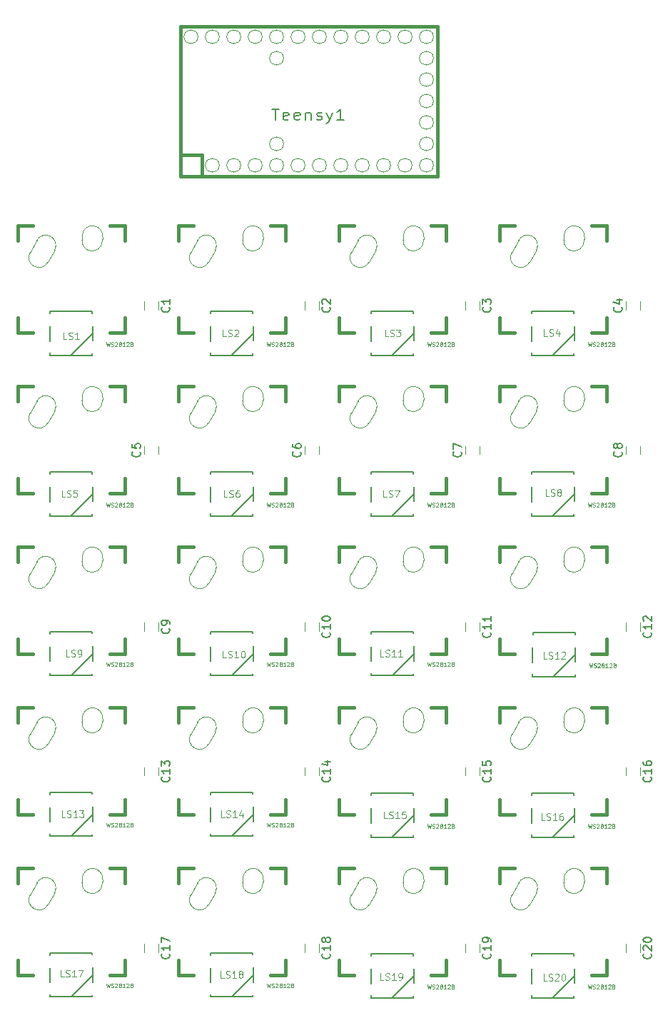
<source format=gbr>
G04 #@! TF.FileFunction,Legend,Top*
%FSLAX46Y46*%
G04 Gerber Fmt 4.6, Leading zero omitted, Abs format (unit mm)*
G04 Created by KiCad (PCBNEW 4.0.6) date 02/17/18 19:20:01*
%MOMM*%
%LPD*%
G01*
G04 APERTURE LIST*
%ADD10C,0.100000*%
%ADD11C,0.120000*%
%ADD12C,0.381000*%
%ADD13C,0.203200*%
%ADD14C,0.150000*%
%ADD15C,0.050000*%
G04 APERTURE END LIST*
D10*
D11*
X150075000Y-67175000D02*
X150075000Y-66175000D01*
X148375000Y-66175000D02*
X148375000Y-67175000D01*
X169125000Y-67175000D02*
X169125000Y-66175000D01*
X167425000Y-66175000D02*
X167425000Y-67175000D01*
X188175000Y-67175000D02*
X188175000Y-66175000D01*
X186475000Y-66175000D02*
X186475000Y-67175000D01*
X205525000Y-66175000D02*
X205525000Y-67175000D01*
X207225000Y-67175000D02*
X207225000Y-66175000D01*
X148375000Y-83320000D02*
X148375000Y-84320000D01*
X150075000Y-84320000D02*
X150075000Y-83320000D01*
X167425000Y-83320000D02*
X167425000Y-84320000D01*
X169125000Y-84320000D02*
X169125000Y-83320000D01*
X186475000Y-83320000D02*
X186475000Y-84320000D01*
X188175000Y-84320000D02*
X188175000Y-83320000D01*
X205525000Y-83320000D02*
X205525000Y-84320000D01*
X207225000Y-84320000D02*
X207225000Y-83320000D01*
X150075000Y-105275000D02*
X150075000Y-104275000D01*
X148375000Y-104275000D02*
X148375000Y-105275000D01*
X169125000Y-105275000D02*
X169125000Y-104275000D01*
X167425000Y-104275000D02*
X167425000Y-105275000D01*
X188175000Y-105275000D02*
X188175000Y-104275000D01*
X186475000Y-104275000D02*
X186475000Y-105275000D01*
X207225000Y-105275000D02*
X207225000Y-104275000D01*
X205525000Y-104275000D02*
X205525000Y-105275000D01*
X150075000Y-122420000D02*
X150075000Y-121420000D01*
X148375000Y-121420000D02*
X148375000Y-122420000D01*
X169125000Y-122420000D02*
X169125000Y-121420000D01*
X167425000Y-121420000D02*
X167425000Y-122420000D01*
X188175000Y-122420000D02*
X188175000Y-121420000D01*
X186475000Y-121420000D02*
X186475000Y-122420000D01*
X207225000Y-122420000D02*
X207225000Y-121420000D01*
X205525000Y-121420000D02*
X205525000Y-122420000D01*
X150075000Y-143375000D02*
X150075000Y-142375000D01*
X148375000Y-142375000D02*
X148375000Y-143375000D01*
X169125000Y-143375000D02*
X169125000Y-142375000D01*
X167425000Y-142375000D02*
X167425000Y-143375000D01*
X188175000Y-143375000D02*
X188175000Y-142375000D01*
X186475000Y-142375000D02*
X186475000Y-143375000D01*
X207225000Y-143375000D02*
X207225000Y-142375000D01*
X205525000Y-142375000D02*
X205525000Y-143375000D01*
D12*
X133350000Y-57150000D02*
X135128000Y-57150000D01*
X144272000Y-57150000D02*
X146050000Y-57150000D01*
X146050000Y-57150000D02*
X146050000Y-58928000D01*
X146050000Y-68072000D02*
X146050000Y-69850000D01*
X146050000Y-69850000D02*
X144272000Y-69850000D01*
X135128000Y-69850000D02*
X133350000Y-69850000D01*
X133350000Y-69850000D02*
X133350000Y-68072000D01*
X133350000Y-58928000D02*
X133350000Y-57150000D01*
X152400000Y-57150000D02*
X154178000Y-57150000D01*
X163322000Y-57150000D02*
X165100000Y-57150000D01*
X165100000Y-57150000D02*
X165100000Y-58928000D01*
X165100000Y-68072000D02*
X165100000Y-69850000D01*
X165100000Y-69850000D02*
X163322000Y-69850000D01*
X154178000Y-69850000D02*
X152400000Y-69850000D01*
X152400000Y-69850000D02*
X152400000Y-68072000D01*
X152400000Y-58928000D02*
X152400000Y-57150000D01*
X171450000Y-57150000D02*
X173228000Y-57150000D01*
X182372000Y-57150000D02*
X184150000Y-57150000D01*
X184150000Y-57150000D02*
X184150000Y-58928000D01*
X184150000Y-68072000D02*
X184150000Y-69850000D01*
X184150000Y-69850000D02*
X182372000Y-69850000D01*
X173228000Y-69850000D02*
X171450000Y-69850000D01*
X171450000Y-69850000D02*
X171450000Y-68072000D01*
X171450000Y-58928000D02*
X171450000Y-57150000D01*
X190500000Y-57150000D02*
X192278000Y-57150000D01*
X201422000Y-57150000D02*
X203200000Y-57150000D01*
X203200000Y-57150000D02*
X203200000Y-58928000D01*
X203200000Y-68072000D02*
X203200000Y-69850000D01*
X203200000Y-69850000D02*
X201422000Y-69850000D01*
X192278000Y-69850000D02*
X190500000Y-69850000D01*
X190500000Y-69850000D02*
X190500000Y-68072000D01*
X190500000Y-58928000D02*
X190500000Y-57150000D01*
X133350000Y-76200000D02*
X135128000Y-76200000D01*
X144272000Y-76200000D02*
X146050000Y-76200000D01*
X146050000Y-76200000D02*
X146050000Y-77978000D01*
X146050000Y-87122000D02*
X146050000Y-88900000D01*
X146050000Y-88900000D02*
X144272000Y-88900000D01*
X135128000Y-88900000D02*
X133350000Y-88900000D01*
X133350000Y-88900000D02*
X133350000Y-87122000D01*
X133350000Y-77978000D02*
X133350000Y-76200000D01*
X152400000Y-76200000D02*
X154178000Y-76200000D01*
X163322000Y-76200000D02*
X165100000Y-76200000D01*
X165100000Y-76200000D02*
X165100000Y-77978000D01*
X165100000Y-87122000D02*
X165100000Y-88900000D01*
X165100000Y-88900000D02*
X163322000Y-88900000D01*
X154178000Y-88900000D02*
X152400000Y-88900000D01*
X152400000Y-88900000D02*
X152400000Y-87122000D01*
X152400000Y-77978000D02*
X152400000Y-76200000D01*
X171450000Y-76200000D02*
X173228000Y-76200000D01*
X182372000Y-76200000D02*
X184150000Y-76200000D01*
X184150000Y-76200000D02*
X184150000Y-77978000D01*
X184150000Y-87122000D02*
X184150000Y-88900000D01*
X184150000Y-88900000D02*
X182372000Y-88900000D01*
X173228000Y-88900000D02*
X171450000Y-88900000D01*
X171450000Y-88900000D02*
X171450000Y-87122000D01*
X171450000Y-77978000D02*
X171450000Y-76200000D01*
X190500000Y-76200000D02*
X192278000Y-76200000D01*
X201422000Y-76200000D02*
X203200000Y-76200000D01*
X203200000Y-76200000D02*
X203200000Y-77978000D01*
X203200000Y-87122000D02*
X203200000Y-88900000D01*
X203200000Y-88900000D02*
X201422000Y-88900000D01*
X192278000Y-88900000D02*
X190500000Y-88900000D01*
X190500000Y-88900000D02*
X190500000Y-87122000D01*
X190500000Y-77978000D02*
X190500000Y-76200000D01*
X133350000Y-95250000D02*
X135128000Y-95250000D01*
X144272000Y-95250000D02*
X146050000Y-95250000D01*
X146050000Y-95250000D02*
X146050000Y-97028000D01*
X146050000Y-106172000D02*
X146050000Y-107950000D01*
X146050000Y-107950000D02*
X144272000Y-107950000D01*
X135128000Y-107950000D02*
X133350000Y-107950000D01*
X133350000Y-107950000D02*
X133350000Y-106172000D01*
X133350000Y-97028000D02*
X133350000Y-95250000D01*
X152400000Y-95250000D02*
X154178000Y-95250000D01*
X163322000Y-95250000D02*
X165100000Y-95250000D01*
X165100000Y-95250000D02*
X165100000Y-97028000D01*
X165100000Y-106172000D02*
X165100000Y-107950000D01*
X165100000Y-107950000D02*
X163322000Y-107950000D01*
X154178000Y-107950000D02*
X152400000Y-107950000D01*
X152400000Y-107950000D02*
X152400000Y-106172000D01*
X152400000Y-97028000D02*
X152400000Y-95250000D01*
X171450000Y-95250000D02*
X173228000Y-95250000D01*
X182372000Y-95250000D02*
X184150000Y-95250000D01*
X184150000Y-95250000D02*
X184150000Y-97028000D01*
X184150000Y-106172000D02*
X184150000Y-107950000D01*
X184150000Y-107950000D02*
X182372000Y-107950000D01*
X173228000Y-107950000D02*
X171450000Y-107950000D01*
X171450000Y-107950000D02*
X171450000Y-106172000D01*
X171450000Y-97028000D02*
X171450000Y-95250000D01*
X190500000Y-95250000D02*
X192278000Y-95250000D01*
X201422000Y-95250000D02*
X203200000Y-95250000D01*
X203200000Y-95250000D02*
X203200000Y-97028000D01*
X203200000Y-106172000D02*
X203200000Y-107950000D01*
X203200000Y-107950000D02*
X201422000Y-107950000D01*
X192278000Y-107950000D02*
X190500000Y-107950000D01*
X190500000Y-107950000D02*
X190500000Y-106172000D01*
X190500000Y-97028000D02*
X190500000Y-95250000D01*
X133350000Y-114300000D02*
X135128000Y-114300000D01*
X144272000Y-114300000D02*
X146050000Y-114300000D01*
X146050000Y-114300000D02*
X146050000Y-116078000D01*
X146050000Y-125222000D02*
X146050000Y-127000000D01*
X146050000Y-127000000D02*
X144272000Y-127000000D01*
X135128000Y-127000000D02*
X133350000Y-127000000D01*
X133350000Y-127000000D02*
X133350000Y-125222000D01*
X133350000Y-116078000D02*
X133350000Y-114300000D01*
X152400000Y-114300000D02*
X154178000Y-114300000D01*
X163322000Y-114300000D02*
X165100000Y-114300000D01*
X165100000Y-114300000D02*
X165100000Y-116078000D01*
X165100000Y-125222000D02*
X165100000Y-127000000D01*
X165100000Y-127000000D02*
X163322000Y-127000000D01*
X154178000Y-127000000D02*
X152400000Y-127000000D01*
X152400000Y-127000000D02*
X152400000Y-125222000D01*
X152400000Y-116078000D02*
X152400000Y-114300000D01*
X171450000Y-114300000D02*
X173228000Y-114300000D01*
X182372000Y-114300000D02*
X184150000Y-114300000D01*
X184150000Y-114300000D02*
X184150000Y-116078000D01*
X184150000Y-125222000D02*
X184150000Y-127000000D01*
X184150000Y-127000000D02*
X182372000Y-127000000D01*
X173228000Y-127000000D02*
X171450000Y-127000000D01*
X171450000Y-127000000D02*
X171450000Y-125222000D01*
X171450000Y-116078000D02*
X171450000Y-114300000D01*
X190500000Y-114300000D02*
X192278000Y-114300000D01*
X201422000Y-114300000D02*
X203200000Y-114300000D01*
X203200000Y-114300000D02*
X203200000Y-116078000D01*
X203200000Y-125222000D02*
X203200000Y-127000000D01*
X203200000Y-127000000D02*
X201422000Y-127000000D01*
X192278000Y-127000000D02*
X190500000Y-127000000D01*
X190500000Y-127000000D02*
X190500000Y-125222000D01*
X190500000Y-116078000D02*
X190500000Y-114300000D01*
X133350000Y-133350000D02*
X135128000Y-133350000D01*
X144272000Y-133350000D02*
X146050000Y-133350000D01*
X146050000Y-133350000D02*
X146050000Y-135128000D01*
X146050000Y-144272000D02*
X146050000Y-146050000D01*
X146050000Y-146050000D02*
X144272000Y-146050000D01*
X135128000Y-146050000D02*
X133350000Y-146050000D01*
X133350000Y-146050000D02*
X133350000Y-144272000D01*
X133350000Y-135128000D02*
X133350000Y-133350000D01*
X152400000Y-133350000D02*
X154178000Y-133350000D01*
X163322000Y-133350000D02*
X165100000Y-133350000D01*
X165100000Y-133350000D02*
X165100000Y-135128000D01*
X165100000Y-144272000D02*
X165100000Y-146050000D01*
X165100000Y-146050000D02*
X163322000Y-146050000D01*
X154178000Y-146050000D02*
X152400000Y-146050000D01*
X152400000Y-146050000D02*
X152400000Y-144272000D01*
X152400000Y-135128000D02*
X152400000Y-133350000D01*
X171450000Y-133350000D02*
X173228000Y-133350000D01*
X182372000Y-133350000D02*
X184150000Y-133350000D01*
X184150000Y-133350000D02*
X184150000Y-135128000D01*
X184150000Y-144272000D02*
X184150000Y-146050000D01*
X184150000Y-146050000D02*
X182372000Y-146050000D01*
X173228000Y-146050000D02*
X171450000Y-146050000D01*
X171450000Y-146050000D02*
X171450000Y-144272000D01*
X171450000Y-135128000D02*
X171450000Y-133350000D01*
X190500000Y-133350000D02*
X192278000Y-133350000D01*
X201422000Y-133350000D02*
X203200000Y-133350000D01*
X203200000Y-133350000D02*
X203200000Y-135128000D01*
X203200000Y-144272000D02*
X203200000Y-146050000D01*
X203200000Y-146050000D02*
X201422000Y-146050000D01*
X192278000Y-146050000D02*
X190500000Y-146050000D01*
X190500000Y-146050000D02*
X190500000Y-144272000D01*
X190500000Y-135128000D02*
X190500000Y-133350000D01*
D13*
X137210800Y-67614800D02*
X137210800Y-67360800D01*
X137210800Y-67360800D02*
X137261600Y-67360800D01*
X137261600Y-67360800D02*
X137261600Y-67365880D01*
X137261600Y-67365880D02*
X142212060Y-67365880D01*
X142212060Y-67365880D02*
X142212060Y-67597020D01*
X137190480Y-72296020D02*
X137190480Y-72567800D01*
X137190480Y-72567800D02*
X137241280Y-72567800D01*
X137241280Y-72567800D02*
X137241280Y-72570340D01*
X137241280Y-72570340D02*
X142209520Y-72570340D01*
X142209520Y-72570340D02*
X142209520Y-72344280D01*
X137160000Y-70866000D02*
X137160000Y-69164200D01*
X142240000Y-69113400D02*
X142240000Y-69977000D01*
X142240000Y-69977000D02*
X142240000Y-70840600D01*
X142240000Y-69977000D02*
X139700000Y-72517000D01*
X156260800Y-67614800D02*
X156260800Y-67360800D01*
X156260800Y-67360800D02*
X156311600Y-67360800D01*
X156311600Y-67360800D02*
X156311600Y-67365880D01*
X156311600Y-67365880D02*
X161262060Y-67365880D01*
X161262060Y-67365880D02*
X161262060Y-67597020D01*
X156240480Y-72296020D02*
X156240480Y-72567800D01*
X156240480Y-72567800D02*
X156291280Y-72567800D01*
X156291280Y-72567800D02*
X156291280Y-72570340D01*
X156291280Y-72570340D02*
X161259520Y-72570340D01*
X161259520Y-72570340D02*
X161259520Y-72344280D01*
X156210000Y-70866000D02*
X156210000Y-69164200D01*
X161290000Y-69113400D02*
X161290000Y-69977000D01*
X161290000Y-69977000D02*
X161290000Y-70840600D01*
X161290000Y-69977000D02*
X158750000Y-72517000D01*
X175310800Y-67614800D02*
X175310800Y-67360800D01*
X175310800Y-67360800D02*
X175361600Y-67360800D01*
X175361600Y-67360800D02*
X175361600Y-67365880D01*
X175361600Y-67365880D02*
X180312060Y-67365880D01*
X180312060Y-67365880D02*
X180312060Y-67597020D01*
X175290480Y-72296020D02*
X175290480Y-72567800D01*
X175290480Y-72567800D02*
X175341280Y-72567800D01*
X175341280Y-72567800D02*
X175341280Y-72570340D01*
X175341280Y-72570340D02*
X180309520Y-72570340D01*
X180309520Y-72570340D02*
X180309520Y-72344280D01*
X175260000Y-70866000D02*
X175260000Y-69164200D01*
X180340000Y-69113400D02*
X180340000Y-69977000D01*
X180340000Y-69977000D02*
X180340000Y-70840600D01*
X180340000Y-69977000D02*
X177800000Y-72517000D01*
X194360800Y-67614800D02*
X194360800Y-67360800D01*
X194360800Y-67360800D02*
X194411600Y-67360800D01*
X194411600Y-67360800D02*
X194411600Y-67365880D01*
X194411600Y-67365880D02*
X199362060Y-67365880D01*
X199362060Y-67365880D02*
X199362060Y-67597020D01*
X194340480Y-72296020D02*
X194340480Y-72567800D01*
X194340480Y-72567800D02*
X194391280Y-72567800D01*
X194391280Y-72567800D02*
X194391280Y-72570340D01*
X194391280Y-72570340D02*
X199359520Y-72570340D01*
X199359520Y-72570340D02*
X199359520Y-72344280D01*
X194310000Y-70866000D02*
X194310000Y-69164200D01*
X199390000Y-69113400D02*
X199390000Y-69977000D01*
X199390000Y-69977000D02*
X199390000Y-70840600D01*
X199390000Y-69977000D02*
X196850000Y-72517000D01*
X137210800Y-86664800D02*
X137210800Y-86410800D01*
X137210800Y-86410800D02*
X137261600Y-86410800D01*
X137261600Y-86410800D02*
X137261600Y-86415880D01*
X137261600Y-86415880D02*
X142212060Y-86415880D01*
X142212060Y-86415880D02*
X142212060Y-86647020D01*
X137190480Y-91346020D02*
X137190480Y-91617800D01*
X137190480Y-91617800D02*
X137241280Y-91617800D01*
X137241280Y-91617800D02*
X137241280Y-91620340D01*
X137241280Y-91620340D02*
X142209520Y-91620340D01*
X142209520Y-91620340D02*
X142209520Y-91394280D01*
X137160000Y-89916000D02*
X137160000Y-88214200D01*
X142240000Y-88163400D02*
X142240000Y-89027000D01*
X142240000Y-89027000D02*
X142240000Y-89890600D01*
X142240000Y-89027000D02*
X139700000Y-91567000D01*
X156260800Y-86664800D02*
X156260800Y-86410800D01*
X156260800Y-86410800D02*
X156311600Y-86410800D01*
X156311600Y-86410800D02*
X156311600Y-86415880D01*
X156311600Y-86415880D02*
X161262060Y-86415880D01*
X161262060Y-86415880D02*
X161262060Y-86647020D01*
X156240480Y-91346020D02*
X156240480Y-91617800D01*
X156240480Y-91617800D02*
X156291280Y-91617800D01*
X156291280Y-91617800D02*
X156291280Y-91620340D01*
X156291280Y-91620340D02*
X161259520Y-91620340D01*
X161259520Y-91620340D02*
X161259520Y-91394280D01*
X156210000Y-89916000D02*
X156210000Y-88214200D01*
X161290000Y-88163400D02*
X161290000Y-89027000D01*
X161290000Y-89027000D02*
X161290000Y-89890600D01*
X161290000Y-89027000D02*
X158750000Y-91567000D01*
X175310800Y-86664800D02*
X175310800Y-86410800D01*
X175310800Y-86410800D02*
X175361600Y-86410800D01*
X175361600Y-86410800D02*
X175361600Y-86415880D01*
X175361600Y-86415880D02*
X180312060Y-86415880D01*
X180312060Y-86415880D02*
X180312060Y-86647020D01*
X175290480Y-91346020D02*
X175290480Y-91617800D01*
X175290480Y-91617800D02*
X175341280Y-91617800D01*
X175341280Y-91617800D02*
X175341280Y-91620340D01*
X175341280Y-91620340D02*
X180309520Y-91620340D01*
X180309520Y-91620340D02*
X180309520Y-91394280D01*
X175260000Y-89916000D02*
X175260000Y-88214200D01*
X180340000Y-88163400D02*
X180340000Y-89027000D01*
X180340000Y-89027000D02*
X180340000Y-89890600D01*
X180340000Y-89027000D02*
X177800000Y-91567000D01*
X194360800Y-86664800D02*
X194360800Y-86410800D01*
X194360800Y-86410800D02*
X194411600Y-86410800D01*
X194411600Y-86410800D02*
X194411600Y-86415880D01*
X194411600Y-86415880D02*
X199362060Y-86415880D01*
X199362060Y-86415880D02*
X199362060Y-86647020D01*
X194340480Y-91346020D02*
X194340480Y-91617800D01*
X194340480Y-91617800D02*
X194391280Y-91617800D01*
X194391280Y-91617800D02*
X194391280Y-91620340D01*
X194391280Y-91620340D02*
X199359520Y-91620340D01*
X199359520Y-91620340D02*
X199359520Y-91394280D01*
X194310000Y-89916000D02*
X194310000Y-88214200D01*
X199390000Y-88163400D02*
X199390000Y-89027000D01*
X199390000Y-89027000D02*
X199390000Y-89890600D01*
X199390000Y-89027000D02*
X196850000Y-91567000D01*
X137210800Y-105587800D02*
X137210800Y-105333800D01*
X137210800Y-105333800D02*
X137261600Y-105333800D01*
X137261600Y-105333800D02*
X137261600Y-105338880D01*
X137261600Y-105338880D02*
X142212060Y-105338880D01*
X142212060Y-105338880D02*
X142212060Y-105570020D01*
X137190480Y-110269020D02*
X137190480Y-110540800D01*
X137190480Y-110540800D02*
X137241280Y-110540800D01*
X137241280Y-110540800D02*
X137241280Y-110543340D01*
X137241280Y-110543340D02*
X142209520Y-110543340D01*
X142209520Y-110543340D02*
X142209520Y-110317280D01*
X137160000Y-108839000D02*
X137160000Y-107137200D01*
X142240000Y-107086400D02*
X142240000Y-107950000D01*
X142240000Y-107950000D02*
X142240000Y-108813600D01*
X142240000Y-107950000D02*
X139700000Y-110490000D01*
X156260800Y-105587800D02*
X156260800Y-105333800D01*
X156260800Y-105333800D02*
X156311600Y-105333800D01*
X156311600Y-105333800D02*
X156311600Y-105338880D01*
X156311600Y-105338880D02*
X161262060Y-105338880D01*
X161262060Y-105338880D02*
X161262060Y-105570020D01*
X156240480Y-110269020D02*
X156240480Y-110540800D01*
X156240480Y-110540800D02*
X156291280Y-110540800D01*
X156291280Y-110540800D02*
X156291280Y-110543340D01*
X156291280Y-110543340D02*
X161259520Y-110543340D01*
X161259520Y-110543340D02*
X161259520Y-110317280D01*
X156210000Y-108839000D02*
X156210000Y-107137200D01*
X161290000Y-107086400D02*
X161290000Y-107950000D01*
X161290000Y-107950000D02*
X161290000Y-108813600D01*
X161290000Y-107950000D02*
X158750000Y-110490000D01*
X175310800Y-105587800D02*
X175310800Y-105333800D01*
X175310800Y-105333800D02*
X175361600Y-105333800D01*
X175361600Y-105333800D02*
X175361600Y-105338880D01*
X175361600Y-105338880D02*
X180312060Y-105338880D01*
X180312060Y-105338880D02*
X180312060Y-105570020D01*
X175290480Y-110269020D02*
X175290480Y-110540800D01*
X175290480Y-110540800D02*
X175341280Y-110540800D01*
X175341280Y-110540800D02*
X175341280Y-110543340D01*
X175341280Y-110543340D02*
X180309520Y-110543340D01*
X180309520Y-110543340D02*
X180309520Y-110317280D01*
X175260000Y-108839000D02*
X175260000Y-107137200D01*
X180340000Y-107086400D02*
X180340000Y-107950000D01*
X180340000Y-107950000D02*
X180340000Y-108813600D01*
X180340000Y-107950000D02*
X177800000Y-110490000D01*
X194487800Y-105714800D02*
X194487800Y-105460800D01*
X194487800Y-105460800D02*
X194538600Y-105460800D01*
X194538600Y-105460800D02*
X194538600Y-105465880D01*
X194538600Y-105465880D02*
X199489060Y-105465880D01*
X199489060Y-105465880D02*
X199489060Y-105697020D01*
X194467480Y-110396020D02*
X194467480Y-110667800D01*
X194467480Y-110667800D02*
X194518280Y-110667800D01*
X194518280Y-110667800D02*
X194518280Y-110670340D01*
X194518280Y-110670340D02*
X199486520Y-110670340D01*
X199486520Y-110670340D02*
X199486520Y-110444280D01*
X194437000Y-108966000D02*
X194437000Y-107264200D01*
X199517000Y-107213400D02*
X199517000Y-108077000D01*
X199517000Y-108077000D02*
X199517000Y-108940600D01*
X199517000Y-108077000D02*
X196977000Y-110617000D01*
X137210800Y-124637800D02*
X137210800Y-124383800D01*
X137210800Y-124383800D02*
X137261600Y-124383800D01*
X137261600Y-124383800D02*
X137261600Y-124388880D01*
X137261600Y-124388880D02*
X142212060Y-124388880D01*
X142212060Y-124388880D02*
X142212060Y-124620020D01*
X137190480Y-129319020D02*
X137190480Y-129590800D01*
X137190480Y-129590800D02*
X137241280Y-129590800D01*
X137241280Y-129590800D02*
X137241280Y-129593340D01*
X137241280Y-129593340D02*
X142209520Y-129593340D01*
X142209520Y-129593340D02*
X142209520Y-129367280D01*
X137160000Y-127889000D02*
X137160000Y-126187200D01*
X142240000Y-126136400D02*
X142240000Y-127000000D01*
X142240000Y-127000000D02*
X142240000Y-127863600D01*
X142240000Y-127000000D02*
X139700000Y-129540000D01*
X156260800Y-124637800D02*
X156260800Y-124383800D01*
X156260800Y-124383800D02*
X156311600Y-124383800D01*
X156311600Y-124383800D02*
X156311600Y-124388880D01*
X156311600Y-124388880D02*
X161262060Y-124388880D01*
X161262060Y-124388880D02*
X161262060Y-124620020D01*
X156240480Y-129319020D02*
X156240480Y-129590800D01*
X156240480Y-129590800D02*
X156291280Y-129590800D01*
X156291280Y-129590800D02*
X156291280Y-129593340D01*
X156291280Y-129593340D02*
X161259520Y-129593340D01*
X161259520Y-129593340D02*
X161259520Y-129367280D01*
X156210000Y-127889000D02*
X156210000Y-126187200D01*
X161290000Y-126136400D02*
X161290000Y-127000000D01*
X161290000Y-127000000D02*
X161290000Y-127863600D01*
X161290000Y-127000000D02*
X158750000Y-129540000D01*
X175310800Y-124764800D02*
X175310800Y-124510800D01*
X175310800Y-124510800D02*
X175361600Y-124510800D01*
X175361600Y-124510800D02*
X175361600Y-124515880D01*
X175361600Y-124515880D02*
X180312060Y-124515880D01*
X180312060Y-124515880D02*
X180312060Y-124747020D01*
X175290480Y-129446020D02*
X175290480Y-129717800D01*
X175290480Y-129717800D02*
X175341280Y-129717800D01*
X175341280Y-129717800D02*
X175341280Y-129720340D01*
X175341280Y-129720340D02*
X180309520Y-129720340D01*
X180309520Y-129720340D02*
X180309520Y-129494280D01*
X175260000Y-128016000D02*
X175260000Y-126314200D01*
X180340000Y-126263400D02*
X180340000Y-127127000D01*
X180340000Y-127127000D02*
X180340000Y-127990600D01*
X180340000Y-127127000D02*
X177800000Y-129667000D01*
X194360800Y-124764800D02*
X194360800Y-124510800D01*
X194360800Y-124510800D02*
X194411600Y-124510800D01*
X194411600Y-124510800D02*
X194411600Y-124515880D01*
X194411600Y-124515880D02*
X199362060Y-124515880D01*
X199362060Y-124515880D02*
X199362060Y-124747020D01*
X194340480Y-129446020D02*
X194340480Y-129717800D01*
X194340480Y-129717800D02*
X194391280Y-129717800D01*
X194391280Y-129717800D02*
X194391280Y-129720340D01*
X194391280Y-129720340D02*
X199359520Y-129720340D01*
X199359520Y-129720340D02*
X199359520Y-129494280D01*
X194310000Y-128016000D02*
X194310000Y-126314200D01*
X199390000Y-126263400D02*
X199390000Y-127127000D01*
X199390000Y-127127000D02*
X199390000Y-127990600D01*
X199390000Y-127127000D02*
X196850000Y-129667000D01*
X137210800Y-143687800D02*
X137210800Y-143433800D01*
X137210800Y-143433800D02*
X137261600Y-143433800D01*
X137261600Y-143433800D02*
X137261600Y-143438880D01*
X137261600Y-143438880D02*
X142212060Y-143438880D01*
X142212060Y-143438880D02*
X142212060Y-143670020D01*
X137190480Y-148369020D02*
X137190480Y-148640800D01*
X137190480Y-148640800D02*
X137241280Y-148640800D01*
X137241280Y-148640800D02*
X137241280Y-148643340D01*
X137241280Y-148643340D02*
X142209520Y-148643340D01*
X142209520Y-148643340D02*
X142209520Y-148417280D01*
X137160000Y-146939000D02*
X137160000Y-145237200D01*
X142240000Y-145186400D02*
X142240000Y-146050000D01*
X142240000Y-146050000D02*
X142240000Y-146913600D01*
X142240000Y-146050000D02*
X139700000Y-148590000D01*
X156260800Y-143687800D02*
X156260800Y-143433800D01*
X156260800Y-143433800D02*
X156311600Y-143433800D01*
X156311600Y-143433800D02*
X156311600Y-143438880D01*
X156311600Y-143438880D02*
X161262060Y-143438880D01*
X161262060Y-143438880D02*
X161262060Y-143670020D01*
X156240480Y-148369020D02*
X156240480Y-148640800D01*
X156240480Y-148640800D02*
X156291280Y-148640800D01*
X156291280Y-148640800D02*
X156291280Y-148643340D01*
X156291280Y-148643340D02*
X161259520Y-148643340D01*
X161259520Y-148643340D02*
X161259520Y-148417280D01*
X156210000Y-146939000D02*
X156210000Y-145237200D01*
X161290000Y-145186400D02*
X161290000Y-146050000D01*
X161290000Y-146050000D02*
X161290000Y-146913600D01*
X161290000Y-146050000D02*
X158750000Y-148590000D01*
X175310800Y-143814800D02*
X175310800Y-143560800D01*
X175310800Y-143560800D02*
X175361600Y-143560800D01*
X175361600Y-143560800D02*
X175361600Y-143565880D01*
X175361600Y-143565880D02*
X180312060Y-143565880D01*
X180312060Y-143565880D02*
X180312060Y-143797020D01*
X175290480Y-148496020D02*
X175290480Y-148767800D01*
X175290480Y-148767800D02*
X175341280Y-148767800D01*
X175341280Y-148767800D02*
X175341280Y-148770340D01*
X175341280Y-148770340D02*
X180309520Y-148770340D01*
X180309520Y-148770340D02*
X180309520Y-148544280D01*
X175260000Y-147066000D02*
X175260000Y-145364200D01*
X180340000Y-145313400D02*
X180340000Y-146177000D01*
X180340000Y-146177000D02*
X180340000Y-147040600D01*
X180340000Y-146177000D02*
X177800000Y-148717000D01*
X194360800Y-143814800D02*
X194360800Y-143560800D01*
X194360800Y-143560800D02*
X194411600Y-143560800D01*
X194411600Y-143560800D02*
X194411600Y-143565880D01*
X194411600Y-143565880D02*
X199362060Y-143565880D01*
X199362060Y-143565880D02*
X199362060Y-143797020D01*
X194340480Y-148496020D02*
X194340480Y-148767800D01*
X194340480Y-148767800D02*
X194391280Y-148767800D01*
X194391280Y-148767800D02*
X194391280Y-148770340D01*
X194391280Y-148770340D02*
X199359520Y-148770340D01*
X199359520Y-148770340D02*
X199359520Y-148544280D01*
X194310000Y-147066000D02*
X194310000Y-145364200D01*
X199390000Y-145313400D02*
X199390000Y-146177000D01*
X199390000Y-146177000D02*
X199390000Y-147040600D01*
X199390000Y-146177000D02*
X196850000Y-148717000D01*
D12*
X152654000Y-33528000D02*
X152654000Y-51308000D01*
X152654000Y-51308000D02*
X183134000Y-51308000D01*
X183134000Y-51308000D02*
X183134000Y-33528000D01*
X183134000Y-33528000D02*
X152654000Y-33528000D01*
X152654000Y-48768000D02*
X155194000Y-48768000D01*
X155194000Y-48768000D02*
X155194000Y-51308000D01*
D10*
X135651418Y-58917359D02*
X134840511Y-60377267D01*
X137749489Y-60082733D02*
X136938582Y-61542641D01*
X134840511Y-60377267D02*
G75*
G03X136938583Y-61542641I1049036J-582687D01*
G01*
X137749489Y-60082733D02*
G75*
G03X135651417Y-58917359I-1049036J582687D01*
G01*
X141042503Y-58339053D02*
X141003054Y-58917710D01*
X143436946Y-58502290D02*
X143397497Y-59080947D01*
X141003055Y-58917710D02*
G75*
G03X143397497Y-59080946I1197221J-81618D01*
G01*
X143436945Y-58502290D02*
G75*
G03X141042503Y-58339054I-1197221J81618D01*
G01*
X154701418Y-58917359D02*
X153890511Y-60377267D01*
X156799489Y-60082733D02*
X155988582Y-61542641D01*
X153890511Y-60377267D02*
G75*
G03X155988583Y-61542641I1049036J-582687D01*
G01*
X156799489Y-60082733D02*
G75*
G03X154701417Y-58917359I-1049036J582687D01*
G01*
X160092503Y-58339053D02*
X160053054Y-58917710D01*
X162486946Y-58502290D02*
X162447497Y-59080947D01*
X160053055Y-58917710D02*
G75*
G03X162447497Y-59080946I1197221J-81618D01*
G01*
X162486945Y-58502290D02*
G75*
G03X160092503Y-58339054I-1197221J81618D01*
G01*
X173751418Y-58917359D02*
X172940511Y-60377267D01*
X175849489Y-60082733D02*
X175038582Y-61542641D01*
X172940511Y-60377267D02*
G75*
G03X175038583Y-61542641I1049036J-582687D01*
G01*
X175849489Y-60082733D02*
G75*
G03X173751417Y-58917359I-1049036J582687D01*
G01*
X179142503Y-58339053D02*
X179103054Y-58917710D01*
X181536946Y-58502290D02*
X181497497Y-59080947D01*
X179103055Y-58917710D02*
G75*
G03X181497497Y-59080946I1197221J-81618D01*
G01*
X181536945Y-58502290D02*
G75*
G03X179142503Y-58339054I-1197221J81618D01*
G01*
X192801418Y-58917359D02*
X191990511Y-60377267D01*
X194899489Y-60082733D02*
X194088582Y-61542641D01*
X191990511Y-60377267D02*
G75*
G03X194088583Y-61542641I1049036J-582687D01*
G01*
X194899489Y-60082733D02*
G75*
G03X192801417Y-58917359I-1049036J582687D01*
G01*
X198192503Y-58339053D02*
X198153054Y-58917710D01*
X200586946Y-58502290D02*
X200547497Y-59080947D01*
X198153055Y-58917710D02*
G75*
G03X200547497Y-59080946I1197221J-81618D01*
G01*
X200586945Y-58502290D02*
G75*
G03X198192503Y-58339054I-1197221J81618D01*
G01*
X135651418Y-77967359D02*
X134840511Y-79427267D01*
X137749489Y-79132733D02*
X136938582Y-80592641D01*
X134840511Y-79427267D02*
G75*
G03X136938583Y-80592641I1049036J-582687D01*
G01*
X137749489Y-79132733D02*
G75*
G03X135651417Y-77967359I-1049036J582687D01*
G01*
X141042503Y-77389053D02*
X141003054Y-77967710D01*
X143436946Y-77552290D02*
X143397497Y-78130947D01*
X141003055Y-77967710D02*
G75*
G03X143397497Y-78130946I1197221J-81618D01*
G01*
X143436945Y-77552290D02*
G75*
G03X141042503Y-77389054I-1197221J81618D01*
G01*
X154701418Y-77967359D02*
X153890511Y-79427267D01*
X156799489Y-79132733D02*
X155988582Y-80592641D01*
X153890511Y-79427267D02*
G75*
G03X155988583Y-80592641I1049036J-582687D01*
G01*
X156799489Y-79132733D02*
G75*
G03X154701417Y-77967359I-1049036J582687D01*
G01*
X160092503Y-77389053D02*
X160053054Y-77967710D01*
X162486946Y-77552290D02*
X162447497Y-78130947D01*
X160053055Y-77967710D02*
G75*
G03X162447497Y-78130946I1197221J-81618D01*
G01*
X162486945Y-77552290D02*
G75*
G03X160092503Y-77389054I-1197221J81618D01*
G01*
X173751418Y-77967359D02*
X172940511Y-79427267D01*
X175849489Y-79132733D02*
X175038582Y-80592641D01*
X172940511Y-79427267D02*
G75*
G03X175038583Y-80592641I1049036J-582687D01*
G01*
X175849489Y-79132733D02*
G75*
G03X173751417Y-77967359I-1049036J582687D01*
G01*
X179142503Y-77389053D02*
X179103054Y-77967710D01*
X181536946Y-77552290D02*
X181497497Y-78130947D01*
X179103055Y-77967710D02*
G75*
G03X181497497Y-78130946I1197221J-81618D01*
G01*
X181536945Y-77552290D02*
G75*
G03X179142503Y-77389054I-1197221J81618D01*
G01*
X192801418Y-77967359D02*
X191990511Y-79427267D01*
X194899489Y-79132733D02*
X194088582Y-80592641D01*
X191990511Y-79427267D02*
G75*
G03X194088583Y-80592641I1049036J-582687D01*
G01*
X194899489Y-79132733D02*
G75*
G03X192801417Y-77967359I-1049036J582687D01*
G01*
X198192503Y-77389053D02*
X198153054Y-77967710D01*
X200586946Y-77552290D02*
X200547497Y-78130947D01*
X198153055Y-77967710D02*
G75*
G03X200547497Y-78130946I1197221J-81618D01*
G01*
X200586945Y-77552290D02*
G75*
G03X198192503Y-77389054I-1197221J81618D01*
G01*
X135651418Y-97017359D02*
X134840511Y-98477267D01*
X137749489Y-98182733D02*
X136938582Y-99642641D01*
X134840511Y-98477267D02*
G75*
G03X136938583Y-99642641I1049036J-582687D01*
G01*
X137749489Y-98182733D02*
G75*
G03X135651417Y-97017359I-1049036J582687D01*
G01*
X141042503Y-96439053D02*
X141003054Y-97017710D01*
X143436946Y-96602290D02*
X143397497Y-97180947D01*
X141003055Y-97017710D02*
G75*
G03X143397497Y-97180946I1197221J-81618D01*
G01*
X143436945Y-96602290D02*
G75*
G03X141042503Y-96439054I-1197221J81618D01*
G01*
X154701418Y-97017359D02*
X153890511Y-98477267D01*
X156799489Y-98182733D02*
X155988582Y-99642641D01*
X153890511Y-98477267D02*
G75*
G03X155988583Y-99642641I1049036J-582687D01*
G01*
X156799489Y-98182733D02*
G75*
G03X154701417Y-97017359I-1049036J582687D01*
G01*
X160092503Y-96439053D02*
X160053054Y-97017710D01*
X162486946Y-96602290D02*
X162447497Y-97180947D01*
X160053055Y-97017710D02*
G75*
G03X162447497Y-97180946I1197221J-81618D01*
G01*
X162486945Y-96602290D02*
G75*
G03X160092503Y-96439054I-1197221J81618D01*
G01*
X173751418Y-97017359D02*
X172940511Y-98477267D01*
X175849489Y-98182733D02*
X175038582Y-99642641D01*
X172940511Y-98477267D02*
G75*
G03X175038583Y-99642641I1049036J-582687D01*
G01*
X175849489Y-98182733D02*
G75*
G03X173751417Y-97017359I-1049036J582687D01*
G01*
X179142503Y-96439053D02*
X179103054Y-97017710D01*
X181536946Y-96602290D02*
X181497497Y-97180947D01*
X179103055Y-97017710D02*
G75*
G03X181497497Y-97180946I1197221J-81618D01*
G01*
X181536945Y-96602290D02*
G75*
G03X179142503Y-96439054I-1197221J81618D01*
G01*
X192801418Y-97017359D02*
X191990511Y-98477267D01*
X194899489Y-98182733D02*
X194088582Y-99642641D01*
X191990511Y-98477267D02*
G75*
G03X194088583Y-99642641I1049036J-582687D01*
G01*
X194899489Y-98182733D02*
G75*
G03X192801417Y-97017359I-1049036J582687D01*
G01*
X198192503Y-96439053D02*
X198153054Y-97017710D01*
X200586946Y-96602290D02*
X200547497Y-97180947D01*
X198153055Y-97017710D02*
G75*
G03X200547497Y-97180946I1197221J-81618D01*
G01*
X200586945Y-96602290D02*
G75*
G03X198192503Y-96439054I-1197221J81618D01*
G01*
X135651418Y-116067359D02*
X134840511Y-117527267D01*
X137749489Y-117232733D02*
X136938582Y-118692641D01*
X134840511Y-117527267D02*
G75*
G03X136938583Y-118692641I1049036J-582687D01*
G01*
X137749489Y-117232733D02*
G75*
G03X135651417Y-116067359I-1049036J582687D01*
G01*
X141042503Y-115489053D02*
X141003054Y-116067710D01*
X143436946Y-115652290D02*
X143397497Y-116230947D01*
X141003055Y-116067710D02*
G75*
G03X143397497Y-116230946I1197221J-81618D01*
G01*
X143436945Y-115652290D02*
G75*
G03X141042503Y-115489054I-1197221J81618D01*
G01*
X154701418Y-116067359D02*
X153890511Y-117527267D01*
X156799489Y-117232733D02*
X155988582Y-118692641D01*
X153890511Y-117527267D02*
G75*
G03X155988583Y-118692641I1049036J-582687D01*
G01*
X156799489Y-117232733D02*
G75*
G03X154701417Y-116067359I-1049036J582687D01*
G01*
X160092503Y-115489053D02*
X160053054Y-116067710D01*
X162486946Y-115652290D02*
X162447497Y-116230947D01*
X160053055Y-116067710D02*
G75*
G03X162447497Y-116230946I1197221J-81618D01*
G01*
X162486945Y-115652290D02*
G75*
G03X160092503Y-115489054I-1197221J81618D01*
G01*
X173751418Y-116067359D02*
X172940511Y-117527267D01*
X175849489Y-117232733D02*
X175038582Y-118692641D01*
X172940511Y-117527267D02*
G75*
G03X175038583Y-118692641I1049036J-582687D01*
G01*
X175849489Y-117232733D02*
G75*
G03X173751417Y-116067359I-1049036J582687D01*
G01*
X179142503Y-115489053D02*
X179103054Y-116067710D01*
X181536946Y-115652290D02*
X181497497Y-116230947D01*
X179103055Y-116067710D02*
G75*
G03X181497497Y-116230946I1197221J-81618D01*
G01*
X181536945Y-115652290D02*
G75*
G03X179142503Y-115489054I-1197221J81618D01*
G01*
X192801418Y-116067359D02*
X191990511Y-117527267D01*
X194899489Y-117232733D02*
X194088582Y-118692641D01*
X191990511Y-117527267D02*
G75*
G03X194088583Y-118692641I1049036J-582687D01*
G01*
X194899489Y-117232733D02*
G75*
G03X192801417Y-116067359I-1049036J582687D01*
G01*
X198192503Y-115489053D02*
X198153054Y-116067710D01*
X200586946Y-115652290D02*
X200547497Y-116230947D01*
X198153055Y-116067710D02*
G75*
G03X200547497Y-116230946I1197221J-81618D01*
G01*
X200586945Y-115652290D02*
G75*
G03X198192503Y-115489054I-1197221J81618D01*
G01*
X135651418Y-135117359D02*
X134840511Y-136577267D01*
X137749489Y-136282733D02*
X136938582Y-137742641D01*
X134840511Y-136577267D02*
G75*
G03X136938583Y-137742641I1049036J-582687D01*
G01*
X137749489Y-136282733D02*
G75*
G03X135651417Y-135117359I-1049036J582687D01*
G01*
X141042503Y-134539053D02*
X141003054Y-135117710D01*
X143436946Y-134702290D02*
X143397497Y-135280947D01*
X141003055Y-135117710D02*
G75*
G03X143397497Y-135280946I1197221J-81618D01*
G01*
X143436945Y-134702290D02*
G75*
G03X141042503Y-134539054I-1197221J81618D01*
G01*
X154701418Y-135117359D02*
X153890511Y-136577267D01*
X156799489Y-136282733D02*
X155988582Y-137742641D01*
X153890511Y-136577267D02*
G75*
G03X155988583Y-137742641I1049036J-582687D01*
G01*
X156799489Y-136282733D02*
G75*
G03X154701417Y-135117359I-1049036J582687D01*
G01*
X160092503Y-134539053D02*
X160053054Y-135117710D01*
X162486946Y-134702290D02*
X162447497Y-135280947D01*
X160053055Y-135117710D02*
G75*
G03X162447497Y-135280946I1197221J-81618D01*
G01*
X162486945Y-134702290D02*
G75*
G03X160092503Y-134539054I-1197221J81618D01*
G01*
X173751418Y-135117359D02*
X172940511Y-136577267D01*
X175849489Y-136282733D02*
X175038582Y-137742641D01*
X172940511Y-136577267D02*
G75*
G03X175038583Y-137742641I1049036J-582687D01*
G01*
X175849489Y-136282733D02*
G75*
G03X173751417Y-135117359I-1049036J582687D01*
G01*
X179142503Y-134539053D02*
X179103054Y-135117710D01*
X181536946Y-134702290D02*
X181497497Y-135280947D01*
X179103055Y-135117710D02*
G75*
G03X181497497Y-135280946I1197221J-81618D01*
G01*
X181536945Y-134702290D02*
G75*
G03X179142503Y-134539054I-1197221J81618D01*
G01*
X192801418Y-135117359D02*
X191990511Y-136577267D01*
X194899489Y-136282733D02*
X194088582Y-137742641D01*
X191990511Y-136577267D02*
G75*
G03X194088583Y-137742641I1049036J-582687D01*
G01*
X194899489Y-136282733D02*
G75*
G03X192801417Y-135117359I-1049036J582687D01*
G01*
X198192503Y-134539053D02*
X198153054Y-135117710D01*
X200586946Y-134702290D02*
X200547497Y-135280947D01*
X198153055Y-135117710D02*
G75*
G03X200547497Y-135280946I1197221J-81618D01*
G01*
X200586945Y-134702290D02*
G75*
G03X198192503Y-134539054I-1197221J81618D01*
G01*
X157290300Y-50038000D02*
G75*
G03X157290300Y-50038000I-826300J0D01*
G01*
X159830300Y-50038000D02*
G75*
G03X159830300Y-50038000I-826300J0D01*
G01*
X162370300Y-50038000D02*
G75*
G03X162370300Y-50038000I-826300J0D01*
G01*
X164910300Y-50038000D02*
G75*
G03X164910300Y-50038000I-826300J0D01*
G01*
X167450300Y-50038000D02*
G75*
G03X167450300Y-50038000I-826300J0D01*
G01*
X169990300Y-50038000D02*
G75*
G03X169990300Y-50038000I-826300J0D01*
G01*
X172530300Y-50038000D02*
G75*
G03X172530300Y-50038000I-826300J0D01*
G01*
X175070300Y-50038000D02*
G75*
G03X175070300Y-50038000I-826300J0D01*
G01*
X177610300Y-50038000D02*
G75*
G03X177610300Y-50038000I-826300J0D01*
G01*
X180150300Y-50038000D02*
G75*
G03X180150300Y-50038000I-826300J0D01*
G01*
X182690300Y-50038000D02*
G75*
G03X182690300Y-50038000I-826300J0D01*
G01*
X182690300Y-47498000D02*
G75*
G03X182690300Y-47498000I-826300J0D01*
G01*
X182690300Y-44958000D02*
G75*
G03X182690300Y-44958000I-826300J0D01*
G01*
X182690300Y-42418000D02*
G75*
G03X182690300Y-42418000I-826300J0D01*
G01*
X182690300Y-39878000D02*
G75*
G03X182690300Y-39878000I-826300J0D01*
G01*
X182690300Y-37338000D02*
G75*
G03X182690300Y-37338000I-826300J0D01*
G01*
X182690300Y-34798000D02*
G75*
G03X182690300Y-34798000I-826300J0D01*
G01*
X180150300Y-34798000D02*
G75*
G03X180150300Y-34798000I-826300J0D01*
G01*
X177610300Y-34798000D02*
G75*
G03X177610300Y-34798000I-826300J0D01*
G01*
X175070300Y-34798000D02*
G75*
G03X175070300Y-34798000I-826300J0D01*
G01*
X172530300Y-34798000D02*
G75*
G03X172530300Y-34798000I-826300J0D01*
G01*
X169990300Y-34798000D02*
G75*
G03X169990300Y-34798000I-826300J0D01*
G01*
X167450300Y-34798000D02*
G75*
G03X167450300Y-34798000I-826300J0D01*
G01*
X164910300Y-34798000D02*
G75*
G03X164910300Y-34798000I-826300J0D01*
G01*
X162370300Y-34798000D02*
G75*
G03X162370300Y-34798000I-826300J0D01*
G01*
X159830300Y-34798000D02*
G75*
G03X159830300Y-34798000I-826300J0D01*
G01*
X157290300Y-34798000D02*
G75*
G03X157290300Y-34798000I-826300J0D01*
G01*
X154750300Y-34798000D02*
G75*
G03X154750300Y-34798000I-826300J0D01*
G01*
X164910300Y-37338000D02*
G75*
G03X164910300Y-37338000I-826300J0D01*
G01*
X164910300Y-47498000D02*
G75*
G03X164910300Y-47498000I-826300J0D01*
G01*
D14*
X151332143Y-66841666D02*
X151379762Y-66889285D01*
X151427381Y-67032142D01*
X151427381Y-67127380D01*
X151379762Y-67270238D01*
X151284524Y-67365476D01*
X151189286Y-67413095D01*
X150998810Y-67460714D01*
X150855952Y-67460714D01*
X150665476Y-67413095D01*
X150570238Y-67365476D01*
X150475000Y-67270238D01*
X150427381Y-67127380D01*
X150427381Y-67032142D01*
X150475000Y-66889285D01*
X150522619Y-66841666D01*
X151427381Y-65889285D02*
X151427381Y-66460714D01*
X151427381Y-66175000D02*
X150427381Y-66175000D01*
X150570238Y-66270238D01*
X150665476Y-66365476D01*
X150713095Y-66460714D01*
X170382143Y-66841666D02*
X170429762Y-66889285D01*
X170477381Y-67032142D01*
X170477381Y-67127380D01*
X170429762Y-67270238D01*
X170334524Y-67365476D01*
X170239286Y-67413095D01*
X170048810Y-67460714D01*
X169905952Y-67460714D01*
X169715476Y-67413095D01*
X169620238Y-67365476D01*
X169525000Y-67270238D01*
X169477381Y-67127380D01*
X169477381Y-67032142D01*
X169525000Y-66889285D01*
X169572619Y-66841666D01*
X169572619Y-66460714D02*
X169525000Y-66413095D01*
X169477381Y-66317857D01*
X169477381Y-66079761D01*
X169525000Y-65984523D01*
X169572619Y-65936904D01*
X169667857Y-65889285D01*
X169763095Y-65889285D01*
X169905952Y-65936904D01*
X170477381Y-66508333D01*
X170477381Y-65889285D01*
X189432143Y-66841666D02*
X189479762Y-66889285D01*
X189527381Y-67032142D01*
X189527381Y-67127380D01*
X189479762Y-67270238D01*
X189384524Y-67365476D01*
X189289286Y-67413095D01*
X189098810Y-67460714D01*
X188955952Y-67460714D01*
X188765476Y-67413095D01*
X188670238Y-67365476D01*
X188575000Y-67270238D01*
X188527381Y-67127380D01*
X188527381Y-67032142D01*
X188575000Y-66889285D01*
X188622619Y-66841666D01*
X188527381Y-66508333D02*
X188527381Y-65889285D01*
X188908333Y-66222619D01*
X188908333Y-66079761D01*
X188955952Y-65984523D01*
X189003571Y-65936904D01*
X189098810Y-65889285D01*
X189336905Y-65889285D01*
X189432143Y-65936904D01*
X189479762Y-65984523D01*
X189527381Y-66079761D01*
X189527381Y-66365476D01*
X189479762Y-66460714D01*
X189432143Y-66508333D01*
X204982143Y-66841666D02*
X205029762Y-66889285D01*
X205077381Y-67032142D01*
X205077381Y-67127380D01*
X205029762Y-67270238D01*
X204934524Y-67365476D01*
X204839286Y-67413095D01*
X204648810Y-67460714D01*
X204505952Y-67460714D01*
X204315476Y-67413095D01*
X204220238Y-67365476D01*
X204125000Y-67270238D01*
X204077381Y-67127380D01*
X204077381Y-67032142D01*
X204125000Y-66889285D01*
X204172619Y-66841666D01*
X204410714Y-65984523D02*
X205077381Y-65984523D01*
X204029762Y-66222619D02*
X204744048Y-66460714D01*
X204744048Y-65841666D01*
X147832143Y-83986666D02*
X147879762Y-84034285D01*
X147927381Y-84177142D01*
X147927381Y-84272380D01*
X147879762Y-84415238D01*
X147784524Y-84510476D01*
X147689286Y-84558095D01*
X147498810Y-84605714D01*
X147355952Y-84605714D01*
X147165476Y-84558095D01*
X147070238Y-84510476D01*
X146975000Y-84415238D01*
X146927381Y-84272380D01*
X146927381Y-84177142D01*
X146975000Y-84034285D01*
X147022619Y-83986666D01*
X146927381Y-83081904D02*
X146927381Y-83558095D01*
X147403571Y-83605714D01*
X147355952Y-83558095D01*
X147308333Y-83462857D01*
X147308333Y-83224761D01*
X147355952Y-83129523D01*
X147403571Y-83081904D01*
X147498810Y-83034285D01*
X147736905Y-83034285D01*
X147832143Y-83081904D01*
X147879762Y-83129523D01*
X147927381Y-83224761D01*
X147927381Y-83462857D01*
X147879762Y-83558095D01*
X147832143Y-83605714D01*
X166882143Y-83986666D02*
X166929762Y-84034285D01*
X166977381Y-84177142D01*
X166977381Y-84272380D01*
X166929762Y-84415238D01*
X166834524Y-84510476D01*
X166739286Y-84558095D01*
X166548810Y-84605714D01*
X166405952Y-84605714D01*
X166215476Y-84558095D01*
X166120238Y-84510476D01*
X166025000Y-84415238D01*
X165977381Y-84272380D01*
X165977381Y-84177142D01*
X166025000Y-84034285D01*
X166072619Y-83986666D01*
X165977381Y-83129523D02*
X165977381Y-83320000D01*
X166025000Y-83415238D01*
X166072619Y-83462857D01*
X166215476Y-83558095D01*
X166405952Y-83605714D01*
X166786905Y-83605714D01*
X166882143Y-83558095D01*
X166929762Y-83510476D01*
X166977381Y-83415238D01*
X166977381Y-83224761D01*
X166929762Y-83129523D01*
X166882143Y-83081904D01*
X166786905Y-83034285D01*
X166548810Y-83034285D01*
X166453571Y-83081904D01*
X166405952Y-83129523D01*
X166358333Y-83224761D01*
X166358333Y-83415238D01*
X166405952Y-83510476D01*
X166453571Y-83558095D01*
X166548810Y-83605714D01*
X185932143Y-83986666D02*
X185979762Y-84034285D01*
X186027381Y-84177142D01*
X186027381Y-84272380D01*
X185979762Y-84415238D01*
X185884524Y-84510476D01*
X185789286Y-84558095D01*
X185598810Y-84605714D01*
X185455952Y-84605714D01*
X185265476Y-84558095D01*
X185170238Y-84510476D01*
X185075000Y-84415238D01*
X185027381Y-84272380D01*
X185027381Y-84177142D01*
X185075000Y-84034285D01*
X185122619Y-83986666D01*
X185027381Y-83653333D02*
X185027381Y-82986666D01*
X186027381Y-83415238D01*
X204982143Y-83986666D02*
X205029762Y-84034285D01*
X205077381Y-84177142D01*
X205077381Y-84272380D01*
X205029762Y-84415238D01*
X204934524Y-84510476D01*
X204839286Y-84558095D01*
X204648810Y-84605714D01*
X204505952Y-84605714D01*
X204315476Y-84558095D01*
X204220238Y-84510476D01*
X204125000Y-84415238D01*
X204077381Y-84272380D01*
X204077381Y-84177142D01*
X204125000Y-84034285D01*
X204172619Y-83986666D01*
X204505952Y-83415238D02*
X204458333Y-83510476D01*
X204410714Y-83558095D01*
X204315476Y-83605714D01*
X204267857Y-83605714D01*
X204172619Y-83558095D01*
X204125000Y-83510476D01*
X204077381Y-83415238D01*
X204077381Y-83224761D01*
X204125000Y-83129523D01*
X204172619Y-83081904D01*
X204267857Y-83034285D01*
X204315476Y-83034285D01*
X204410714Y-83081904D01*
X204458333Y-83129523D01*
X204505952Y-83224761D01*
X204505952Y-83415238D01*
X204553571Y-83510476D01*
X204601190Y-83558095D01*
X204696429Y-83605714D01*
X204886905Y-83605714D01*
X204982143Y-83558095D01*
X205029762Y-83510476D01*
X205077381Y-83415238D01*
X205077381Y-83224761D01*
X205029762Y-83129523D01*
X204982143Y-83081904D01*
X204886905Y-83034285D01*
X204696429Y-83034285D01*
X204601190Y-83081904D01*
X204553571Y-83129523D01*
X204505952Y-83224761D01*
X151332143Y-104941666D02*
X151379762Y-104989285D01*
X151427381Y-105132142D01*
X151427381Y-105227380D01*
X151379762Y-105370238D01*
X151284524Y-105465476D01*
X151189286Y-105513095D01*
X150998810Y-105560714D01*
X150855952Y-105560714D01*
X150665476Y-105513095D01*
X150570238Y-105465476D01*
X150475000Y-105370238D01*
X150427381Y-105227380D01*
X150427381Y-105132142D01*
X150475000Y-104989285D01*
X150522619Y-104941666D01*
X151427381Y-104465476D02*
X151427381Y-104275000D01*
X151379762Y-104179761D01*
X151332143Y-104132142D01*
X151189286Y-104036904D01*
X150998810Y-103989285D01*
X150617857Y-103989285D01*
X150522619Y-104036904D01*
X150475000Y-104084523D01*
X150427381Y-104179761D01*
X150427381Y-104370238D01*
X150475000Y-104465476D01*
X150522619Y-104513095D01*
X150617857Y-104560714D01*
X150855952Y-104560714D01*
X150951190Y-104513095D01*
X150998810Y-104465476D01*
X151046429Y-104370238D01*
X151046429Y-104179761D01*
X150998810Y-104084523D01*
X150951190Y-104036904D01*
X150855952Y-103989285D01*
X170382143Y-105417857D02*
X170429762Y-105465476D01*
X170477381Y-105608333D01*
X170477381Y-105703571D01*
X170429762Y-105846429D01*
X170334524Y-105941667D01*
X170239286Y-105989286D01*
X170048810Y-106036905D01*
X169905952Y-106036905D01*
X169715476Y-105989286D01*
X169620238Y-105941667D01*
X169525000Y-105846429D01*
X169477381Y-105703571D01*
X169477381Y-105608333D01*
X169525000Y-105465476D01*
X169572619Y-105417857D01*
X170477381Y-104465476D02*
X170477381Y-105036905D01*
X170477381Y-104751191D02*
X169477381Y-104751191D01*
X169620238Y-104846429D01*
X169715476Y-104941667D01*
X169763095Y-105036905D01*
X169477381Y-103846429D02*
X169477381Y-103751190D01*
X169525000Y-103655952D01*
X169572619Y-103608333D01*
X169667857Y-103560714D01*
X169858333Y-103513095D01*
X170096429Y-103513095D01*
X170286905Y-103560714D01*
X170382143Y-103608333D01*
X170429762Y-103655952D01*
X170477381Y-103751190D01*
X170477381Y-103846429D01*
X170429762Y-103941667D01*
X170382143Y-103989286D01*
X170286905Y-104036905D01*
X170096429Y-104084524D01*
X169858333Y-104084524D01*
X169667857Y-104036905D01*
X169572619Y-103989286D01*
X169525000Y-103941667D01*
X169477381Y-103846429D01*
X189432143Y-105417857D02*
X189479762Y-105465476D01*
X189527381Y-105608333D01*
X189527381Y-105703571D01*
X189479762Y-105846429D01*
X189384524Y-105941667D01*
X189289286Y-105989286D01*
X189098810Y-106036905D01*
X188955952Y-106036905D01*
X188765476Y-105989286D01*
X188670238Y-105941667D01*
X188575000Y-105846429D01*
X188527381Y-105703571D01*
X188527381Y-105608333D01*
X188575000Y-105465476D01*
X188622619Y-105417857D01*
X189527381Y-104465476D02*
X189527381Y-105036905D01*
X189527381Y-104751191D02*
X188527381Y-104751191D01*
X188670238Y-104846429D01*
X188765476Y-104941667D01*
X188813095Y-105036905D01*
X189527381Y-103513095D02*
X189527381Y-104084524D01*
X189527381Y-103798810D02*
X188527381Y-103798810D01*
X188670238Y-103894048D01*
X188765476Y-103989286D01*
X188813095Y-104084524D01*
X208482143Y-105417857D02*
X208529762Y-105465476D01*
X208577381Y-105608333D01*
X208577381Y-105703571D01*
X208529762Y-105846429D01*
X208434524Y-105941667D01*
X208339286Y-105989286D01*
X208148810Y-106036905D01*
X208005952Y-106036905D01*
X207815476Y-105989286D01*
X207720238Y-105941667D01*
X207625000Y-105846429D01*
X207577381Y-105703571D01*
X207577381Y-105608333D01*
X207625000Y-105465476D01*
X207672619Y-105417857D01*
X208577381Y-104465476D02*
X208577381Y-105036905D01*
X208577381Y-104751191D02*
X207577381Y-104751191D01*
X207720238Y-104846429D01*
X207815476Y-104941667D01*
X207863095Y-105036905D01*
X207672619Y-104084524D02*
X207625000Y-104036905D01*
X207577381Y-103941667D01*
X207577381Y-103703571D01*
X207625000Y-103608333D01*
X207672619Y-103560714D01*
X207767857Y-103513095D01*
X207863095Y-103513095D01*
X208005952Y-103560714D01*
X208577381Y-104132143D01*
X208577381Y-103513095D01*
X151332143Y-122562857D02*
X151379762Y-122610476D01*
X151427381Y-122753333D01*
X151427381Y-122848571D01*
X151379762Y-122991429D01*
X151284524Y-123086667D01*
X151189286Y-123134286D01*
X150998810Y-123181905D01*
X150855952Y-123181905D01*
X150665476Y-123134286D01*
X150570238Y-123086667D01*
X150475000Y-122991429D01*
X150427381Y-122848571D01*
X150427381Y-122753333D01*
X150475000Y-122610476D01*
X150522619Y-122562857D01*
X151427381Y-121610476D02*
X151427381Y-122181905D01*
X151427381Y-121896191D02*
X150427381Y-121896191D01*
X150570238Y-121991429D01*
X150665476Y-122086667D01*
X150713095Y-122181905D01*
X150427381Y-121277143D02*
X150427381Y-120658095D01*
X150808333Y-120991429D01*
X150808333Y-120848571D01*
X150855952Y-120753333D01*
X150903571Y-120705714D01*
X150998810Y-120658095D01*
X151236905Y-120658095D01*
X151332143Y-120705714D01*
X151379762Y-120753333D01*
X151427381Y-120848571D01*
X151427381Y-121134286D01*
X151379762Y-121229524D01*
X151332143Y-121277143D01*
X170382143Y-122562857D02*
X170429762Y-122610476D01*
X170477381Y-122753333D01*
X170477381Y-122848571D01*
X170429762Y-122991429D01*
X170334524Y-123086667D01*
X170239286Y-123134286D01*
X170048810Y-123181905D01*
X169905952Y-123181905D01*
X169715476Y-123134286D01*
X169620238Y-123086667D01*
X169525000Y-122991429D01*
X169477381Y-122848571D01*
X169477381Y-122753333D01*
X169525000Y-122610476D01*
X169572619Y-122562857D01*
X170477381Y-121610476D02*
X170477381Y-122181905D01*
X170477381Y-121896191D02*
X169477381Y-121896191D01*
X169620238Y-121991429D01*
X169715476Y-122086667D01*
X169763095Y-122181905D01*
X169810714Y-120753333D02*
X170477381Y-120753333D01*
X169429762Y-120991429D02*
X170144048Y-121229524D01*
X170144048Y-120610476D01*
X189432143Y-122562857D02*
X189479762Y-122610476D01*
X189527381Y-122753333D01*
X189527381Y-122848571D01*
X189479762Y-122991429D01*
X189384524Y-123086667D01*
X189289286Y-123134286D01*
X189098810Y-123181905D01*
X188955952Y-123181905D01*
X188765476Y-123134286D01*
X188670238Y-123086667D01*
X188575000Y-122991429D01*
X188527381Y-122848571D01*
X188527381Y-122753333D01*
X188575000Y-122610476D01*
X188622619Y-122562857D01*
X189527381Y-121610476D02*
X189527381Y-122181905D01*
X189527381Y-121896191D02*
X188527381Y-121896191D01*
X188670238Y-121991429D01*
X188765476Y-122086667D01*
X188813095Y-122181905D01*
X188527381Y-120705714D02*
X188527381Y-121181905D01*
X189003571Y-121229524D01*
X188955952Y-121181905D01*
X188908333Y-121086667D01*
X188908333Y-120848571D01*
X188955952Y-120753333D01*
X189003571Y-120705714D01*
X189098810Y-120658095D01*
X189336905Y-120658095D01*
X189432143Y-120705714D01*
X189479762Y-120753333D01*
X189527381Y-120848571D01*
X189527381Y-121086667D01*
X189479762Y-121181905D01*
X189432143Y-121229524D01*
X208482143Y-122562857D02*
X208529762Y-122610476D01*
X208577381Y-122753333D01*
X208577381Y-122848571D01*
X208529762Y-122991429D01*
X208434524Y-123086667D01*
X208339286Y-123134286D01*
X208148810Y-123181905D01*
X208005952Y-123181905D01*
X207815476Y-123134286D01*
X207720238Y-123086667D01*
X207625000Y-122991429D01*
X207577381Y-122848571D01*
X207577381Y-122753333D01*
X207625000Y-122610476D01*
X207672619Y-122562857D01*
X208577381Y-121610476D02*
X208577381Y-122181905D01*
X208577381Y-121896191D02*
X207577381Y-121896191D01*
X207720238Y-121991429D01*
X207815476Y-122086667D01*
X207863095Y-122181905D01*
X207577381Y-120753333D02*
X207577381Y-120943810D01*
X207625000Y-121039048D01*
X207672619Y-121086667D01*
X207815476Y-121181905D01*
X208005952Y-121229524D01*
X208386905Y-121229524D01*
X208482143Y-121181905D01*
X208529762Y-121134286D01*
X208577381Y-121039048D01*
X208577381Y-120848571D01*
X208529762Y-120753333D01*
X208482143Y-120705714D01*
X208386905Y-120658095D01*
X208148810Y-120658095D01*
X208053571Y-120705714D01*
X208005952Y-120753333D01*
X207958333Y-120848571D01*
X207958333Y-121039048D01*
X208005952Y-121134286D01*
X208053571Y-121181905D01*
X208148810Y-121229524D01*
X151332143Y-143517857D02*
X151379762Y-143565476D01*
X151427381Y-143708333D01*
X151427381Y-143803571D01*
X151379762Y-143946429D01*
X151284524Y-144041667D01*
X151189286Y-144089286D01*
X150998810Y-144136905D01*
X150855952Y-144136905D01*
X150665476Y-144089286D01*
X150570238Y-144041667D01*
X150475000Y-143946429D01*
X150427381Y-143803571D01*
X150427381Y-143708333D01*
X150475000Y-143565476D01*
X150522619Y-143517857D01*
X151427381Y-142565476D02*
X151427381Y-143136905D01*
X151427381Y-142851191D02*
X150427381Y-142851191D01*
X150570238Y-142946429D01*
X150665476Y-143041667D01*
X150713095Y-143136905D01*
X150427381Y-142232143D02*
X150427381Y-141565476D01*
X151427381Y-141994048D01*
X170382143Y-143517857D02*
X170429762Y-143565476D01*
X170477381Y-143708333D01*
X170477381Y-143803571D01*
X170429762Y-143946429D01*
X170334524Y-144041667D01*
X170239286Y-144089286D01*
X170048810Y-144136905D01*
X169905952Y-144136905D01*
X169715476Y-144089286D01*
X169620238Y-144041667D01*
X169525000Y-143946429D01*
X169477381Y-143803571D01*
X169477381Y-143708333D01*
X169525000Y-143565476D01*
X169572619Y-143517857D01*
X170477381Y-142565476D02*
X170477381Y-143136905D01*
X170477381Y-142851191D02*
X169477381Y-142851191D01*
X169620238Y-142946429D01*
X169715476Y-143041667D01*
X169763095Y-143136905D01*
X169905952Y-141994048D02*
X169858333Y-142089286D01*
X169810714Y-142136905D01*
X169715476Y-142184524D01*
X169667857Y-142184524D01*
X169572619Y-142136905D01*
X169525000Y-142089286D01*
X169477381Y-141994048D01*
X169477381Y-141803571D01*
X169525000Y-141708333D01*
X169572619Y-141660714D01*
X169667857Y-141613095D01*
X169715476Y-141613095D01*
X169810714Y-141660714D01*
X169858333Y-141708333D01*
X169905952Y-141803571D01*
X169905952Y-141994048D01*
X169953571Y-142089286D01*
X170001190Y-142136905D01*
X170096429Y-142184524D01*
X170286905Y-142184524D01*
X170382143Y-142136905D01*
X170429762Y-142089286D01*
X170477381Y-141994048D01*
X170477381Y-141803571D01*
X170429762Y-141708333D01*
X170382143Y-141660714D01*
X170286905Y-141613095D01*
X170096429Y-141613095D01*
X170001190Y-141660714D01*
X169953571Y-141708333D01*
X169905952Y-141803571D01*
X189432143Y-143517857D02*
X189479762Y-143565476D01*
X189527381Y-143708333D01*
X189527381Y-143803571D01*
X189479762Y-143946429D01*
X189384524Y-144041667D01*
X189289286Y-144089286D01*
X189098810Y-144136905D01*
X188955952Y-144136905D01*
X188765476Y-144089286D01*
X188670238Y-144041667D01*
X188575000Y-143946429D01*
X188527381Y-143803571D01*
X188527381Y-143708333D01*
X188575000Y-143565476D01*
X188622619Y-143517857D01*
X189527381Y-142565476D02*
X189527381Y-143136905D01*
X189527381Y-142851191D02*
X188527381Y-142851191D01*
X188670238Y-142946429D01*
X188765476Y-143041667D01*
X188813095Y-143136905D01*
X189527381Y-142089286D02*
X189527381Y-141898810D01*
X189479762Y-141803571D01*
X189432143Y-141755952D01*
X189289286Y-141660714D01*
X189098810Y-141613095D01*
X188717857Y-141613095D01*
X188622619Y-141660714D01*
X188575000Y-141708333D01*
X188527381Y-141803571D01*
X188527381Y-141994048D01*
X188575000Y-142089286D01*
X188622619Y-142136905D01*
X188717857Y-142184524D01*
X188955952Y-142184524D01*
X189051190Y-142136905D01*
X189098810Y-142089286D01*
X189146429Y-141994048D01*
X189146429Y-141803571D01*
X189098810Y-141708333D01*
X189051190Y-141660714D01*
X188955952Y-141613095D01*
X208482143Y-143517857D02*
X208529762Y-143565476D01*
X208577381Y-143708333D01*
X208577381Y-143803571D01*
X208529762Y-143946429D01*
X208434524Y-144041667D01*
X208339286Y-144089286D01*
X208148810Y-144136905D01*
X208005952Y-144136905D01*
X207815476Y-144089286D01*
X207720238Y-144041667D01*
X207625000Y-143946429D01*
X207577381Y-143803571D01*
X207577381Y-143708333D01*
X207625000Y-143565476D01*
X207672619Y-143517857D01*
X207672619Y-143136905D02*
X207625000Y-143089286D01*
X207577381Y-142994048D01*
X207577381Y-142755952D01*
X207625000Y-142660714D01*
X207672619Y-142613095D01*
X207767857Y-142565476D01*
X207863095Y-142565476D01*
X208005952Y-142613095D01*
X208577381Y-143184524D01*
X208577381Y-142565476D01*
X207577381Y-141946429D02*
X207577381Y-141851190D01*
X207625000Y-141755952D01*
X207672619Y-141708333D01*
X207767857Y-141660714D01*
X207958333Y-141613095D01*
X208196429Y-141613095D01*
X208386905Y-141660714D01*
X208482143Y-141708333D01*
X208529762Y-141755952D01*
X208577381Y-141851190D01*
X208577381Y-141946429D01*
X208529762Y-142041667D01*
X208482143Y-142089286D01*
X208386905Y-142136905D01*
X208196429Y-142184524D01*
X207958333Y-142184524D01*
X207767857Y-142136905D01*
X207672619Y-142089286D01*
X207625000Y-142041667D01*
X207577381Y-141946429D01*
D15*
X139185715Y-70656405D02*
X138804762Y-70656405D01*
X138804762Y-69856405D01*
X139414286Y-70618310D02*
X139528572Y-70656405D01*
X139719048Y-70656405D01*
X139795238Y-70618310D01*
X139833334Y-70580214D01*
X139871429Y-70504024D01*
X139871429Y-70427833D01*
X139833334Y-70351643D01*
X139795238Y-70313548D01*
X139719048Y-70275452D01*
X139566667Y-70237357D01*
X139490476Y-70199262D01*
X139452381Y-70161167D01*
X139414286Y-70084976D01*
X139414286Y-70008786D01*
X139452381Y-69932595D01*
X139490476Y-69894500D01*
X139566667Y-69856405D01*
X139757143Y-69856405D01*
X139871429Y-69894500D01*
X140633334Y-70656405D02*
X140176191Y-70656405D01*
X140404762Y-70656405D02*
X140404762Y-69856405D01*
X140328572Y-69970690D01*
X140252381Y-70046881D01*
X140176191Y-70084976D01*
X143889428Y-71009343D02*
X144003714Y-71489343D01*
X144095143Y-71146486D01*
X144186571Y-71489343D01*
X144300857Y-71009343D01*
X144460857Y-71466486D02*
X144529428Y-71489343D01*
X144643714Y-71489343D01*
X144689428Y-71466486D01*
X144712285Y-71443629D01*
X144735142Y-71397914D01*
X144735142Y-71352200D01*
X144712285Y-71306486D01*
X144689428Y-71283629D01*
X144643714Y-71260771D01*
X144552285Y-71237914D01*
X144506571Y-71215057D01*
X144483714Y-71192200D01*
X144460857Y-71146486D01*
X144460857Y-71100771D01*
X144483714Y-71055057D01*
X144506571Y-71032200D01*
X144552285Y-71009343D01*
X144666571Y-71009343D01*
X144735142Y-71032200D01*
X144918000Y-71055057D02*
X144940857Y-71032200D01*
X144986571Y-71009343D01*
X145100857Y-71009343D01*
X145146571Y-71032200D01*
X145169428Y-71055057D01*
X145192285Y-71100771D01*
X145192285Y-71146486D01*
X145169428Y-71215057D01*
X144895142Y-71489343D01*
X145192285Y-71489343D01*
X145466571Y-71215057D02*
X145420857Y-71192200D01*
X145398000Y-71169343D01*
X145375143Y-71123629D01*
X145375143Y-71100771D01*
X145398000Y-71055057D01*
X145420857Y-71032200D01*
X145466571Y-71009343D01*
X145558000Y-71009343D01*
X145603714Y-71032200D01*
X145626571Y-71055057D01*
X145649428Y-71100771D01*
X145649428Y-71123629D01*
X145626571Y-71169343D01*
X145603714Y-71192200D01*
X145558000Y-71215057D01*
X145466571Y-71215057D01*
X145420857Y-71237914D01*
X145398000Y-71260771D01*
X145375143Y-71306486D01*
X145375143Y-71397914D01*
X145398000Y-71443629D01*
X145420857Y-71466486D01*
X145466571Y-71489343D01*
X145558000Y-71489343D01*
X145603714Y-71466486D01*
X145626571Y-71443629D01*
X145649428Y-71397914D01*
X145649428Y-71306486D01*
X145626571Y-71260771D01*
X145603714Y-71237914D01*
X145558000Y-71215057D01*
X146106571Y-71489343D02*
X145832286Y-71489343D01*
X145969428Y-71489343D02*
X145969428Y-71009343D01*
X145923714Y-71077914D01*
X145878000Y-71123629D01*
X145832286Y-71146486D01*
X146289429Y-71055057D02*
X146312286Y-71032200D01*
X146358000Y-71009343D01*
X146472286Y-71009343D01*
X146518000Y-71032200D01*
X146540857Y-71055057D01*
X146563714Y-71100771D01*
X146563714Y-71146486D01*
X146540857Y-71215057D01*
X146266571Y-71489343D01*
X146563714Y-71489343D01*
X146929429Y-71237914D02*
X146998000Y-71260771D01*
X147020857Y-71283629D01*
X147043714Y-71329343D01*
X147043714Y-71397914D01*
X147020857Y-71443629D01*
X146998000Y-71466486D01*
X146952286Y-71489343D01*
X146769429Y-71489343D01*
X146769429Y-71009343D01*
X146929429Y-71009343D01*
X146975143Y-71032200D01*
X146998000Y-71055057D01*
X147020857Y-71100771D01*
X147020857Y-71146486D01*
X146998000Y-71192200D01*
X146975143Y-71215057D01*
X146929429Y-71237914D01*
X146769429Y-71237914D01*
X158108715Y-70338905D02*
X157727762Y-70338905D01*
X157727762Y-69538905D01*
X158337286Y-70300810D02*
X158451572Y-70338905D01*
X158642048Y-70338905D01*
X158718238Y-70300810D01*
X158756334Y-70262714D01*
X158794429Y-70186524D01*
X158794429Y-70110333D01*
X158756334Y-70034143D01*
X158718238Y-69996048D01*
X158642048Y-69957952D01*
X158489667Y-69919857D01*
X158413476Y-69881762D01*
X158375381Y-69843667D01*
X158337286Y-69767476D01*
X158337286Y-69691286D01*
X158375381Y-69615095D01*
X158413476Y-69577000D01*
X158489667Y-69538905D01*
X158680143Y-69538905D01*
X158794429Y-69577000D01*
X159099191Y-69615095D02*
X159137286Y-69577000D01*
X159213477Y-69538905D01*
X159403953Y-69538905D01*
X159480143Y-69577000D01*
X159518239Y-69615095D01*
X159556334Y-69691286D01*
X159556334Y-69767476D01*
X159518239Y-69881762D01*
X159061096Y-70338905D01*
X159556334Y-70338905D01*
X162939428Y-71009343D02*
X163053714Y-71489343D01*
X163145143Y-71146486D01*
X163236571Y-71489343D01*
X163350857Y-71009343D01*
X163510857Y-71466486D02*
X163579428Y-71489343D01*
X163693714Y-71489343D01*
X163739428Y-71466486D01*
X163762285Y-71443629D01*
X163785142Y-71397914D01*
X163785142Y-71352200D01*
X163762285Y-71306486D01*
X163739428Y-71283629D01*
X163693714Y-71260771D01*
X163602285Y-71237914D01*
X163556571Y-71215057D01*
X163533714Y-71192200D01*
X163510857Y-71146486D01*
X163510857Y-71100771D01*
X163533714Y-71055057D01*
X163556571Y-71032200D01*
X163602285Y-71009343D01*
X163716571Y-71009343D01*
X163785142Y-71032200D01*
X163968000Y-71055057D02*
X163990857Y-71032200D01*
X164036571Y-71009343D01*
X164150857Y-71009343D01*
X164196571Y-71032200D01*
X164219428Y-71055057D01*
X164242285Y-71100771D01*
X164242285Y-71146486D01*
X164219428Y-71215057D01*
X163945142Y-71489343D01*
X164242285Y-71489343D01*
X164516571Y-71215057D02*
X164470857Y-71192200D01*
X164448000Y-71169343D01*
X164425143Y-71123629D01*
X164425143Y-71100771D01*
X164448000Y-71055057D01*
X164470857Y-71032200D01*
X164516571Y-71009343D01*
X164608000Y-71009343D01*
X164653714Y-71032200D01*
X164676571Y-71055057D01*
X164699428Y-71100771D01*
X164699428Y-71123629D01*
X164676571Y-71169343D01*
X164653714Y-71192200D01*
X164608000Y-71215057D01*
X164516571Y-71215057D01*
X164470857Y-71237914D01*
X164448000Y-71260771D01*
X164425143Y-71306486D01*
X164425143Y-71397914D01*
X164448000Y-71443629D01*
X164470857Y-71466486D01*
X164516571Y-71489343D01*
X164608000Y-71489343D01*
X164653714Y-71466486D01*
X164676571Y-71443629D01*
X164699428Y-71397914D01*
X164699428Y-71306486D01*
X164676571Y-71260771D01*
X164653714Y-71237914D01*
X164608000Y-71215057D01*
X165156571Y-71489343D02*
X164882286Y-71489343D01*
X165019428Y-71489343D02*
X165019428Y-71009343D01*
X164973714Y-71077914D01*
X164928000Y-71123629D01*
X164882286Y-71146486D01*
X165339429Y-71055057D02*
X165362286Y-71032200D01*
X165408000Y-71009343D01*
X165522286Y-71009343D01*
X165568000Y-71032200D01*
X165590857Y-71055057D01*
X165613714Y-71100771D01*
X165613714Y-71146486D01*
X165590857Y-71215057D01*
X165316571Y-71489343D01*
X165613714Y-71489343D01*
X165979429Y-71237914D02*
X166048000Y-71260771D01*
X166070857Y-71283629D01*
X166093714Y-71329343D01*
X166093714Y-71397914D01*
X166070857Y-71443629D01*
X166048000Y-71466486D01*
X166002286Y-71489343D01*
X165819429Y-71489343D01*
X165819429Y-71009343D01*
X165979429Y-71009343D01*
X166025143Y-71032200D01*
X166048000Y-71055057D01*
X166070857Y-71100771D01*
X166070857Y-71146486D01*
X166048000Y-71192200D01*
X166025143Y-71215057D01*
X165979429Y-71237914D01*
X165819429Y-71237914D01*
X177349215Y-70338905D02*
X176968262Y-70338905D01*
X176968262Y-69538905D01*
X177577786Y-70300810D02*
X177692072Y-70338905D01*
X177882548Y-70338905D01*
X177958738Y-70300810D01*
X177996834Y-70262714D01*
X178034929Y-70186524D01*
X178034929Y-70110333D01*
X177996834Y-70034143D01*
X177958738Y-69996048D01*
X177882548Y-69957952D01*
X177730167Y-69919857D01*
X177653976Y-69881762D01*
X177615881Y-69843667D01*
X177577786Y-69767476D01*
X177577786Y-69691286D01*
X177615881Y-69615095D01*
X177653976Y-69577000D01*
X177730167Y-69538905D01*
X177920643Y-69538905D01*
X178034929Y-69577000D01*
X178301596Y-69538905D02*
X178796834Y-69538905D01*
X178530167Y-69843667D01*
X178644453Y-69843667D01*
X178720643Y-69881762D01*
X178758739Y-69919857D01*
X178796834Y-69996048D01*
X178796834Y-70186524D01*
X178758739Y-70262714D01*
X178720643Y-70300810D01*
X178644453Y-70338905D01*
X178415881Y-70338905D01*
X178339691Y-70300810D01*
X178301596Y-70262714D01*
X181989428Y-71009343D02*
X182103714Y-71489343D01*
X182195143Y-71146486D01*
X182286571Y-71489343D01*
X182400857Y-71009343D01*
X182560857Y-71466486D02*
X182629428Y-71489343D01*
X182743714Y-71489343D01*
X182789428Y-71466486D01*
X182812285Y-71443629D01*
X182835142Y-71397914D01*
X182835142Y-71352200D01*
X182812285Y-71306486D01*
X182789428Y-71283629D01*
X182743714Y-71260771D01*
X182652285Y-71237914D01*
X182606571Y-71215057D01*
X182583714Y-71192200D01*
X182560857Y-71146486D01*
X182560857Y-71100771D01*
X182583714Y-71055057D01*
X182606571Y-71032200D01*
X182652285Y-71009343D01*
X182766571Y-71009343D01*
X182835142Y-71032200D01*
X183018000Y-71055057D02*
X183040857Y-71032200D01*
X183086571Y-71009343D01*
X183200857Y-71009343D01*
X183246571Y-71032200D01*
X183269428Y-71055057D01*
X183292285Y-71100771D01*
X183292285Y-71146486D01*
X183269428Y-71215057D01*
X182995142Y-71489343D01*
X183292285Y-71489343D01*
X183566571Y-71215057D02*
X183520857Y-71192200D01*
X183498000Y-71169343D01*
X183475143Y-71123629D01*
X183475143Y-71100771D01*
X183498000Y-71055057D01*
X183520857Y-71032200D01*
X183566571Y-71009343D01*
X183658000Y-71009343D01*
X183703714Y-71032200D01*
X183726571Y-71055057D01*
X183749428Y-71100771D01*
X183749428Y-71123629D01*
X183726571Y-71169343D01*
X183703714Y-71192200D01*
X183658000Y-71215057D01*
X183566571Y-71215057D01*
X183520857Y-71237914D01*
X183498000Y-71260771D01*
X183475143Y-71306486D01*
X183475143Y-71397914D01*
X183498000Y-71443629D01*
X183520857Y-71466486D01*
X183566571Y-71489343D01*
X183658000Y-71489343D01*
X183703714Y-71466486D01*
X183726571Y-71443629D01*
X183749428Y-71397914D01*
X183749428Y-71306486D01*
X183726571Y-71260771D01*
X183703714Y-71237914D01*
X183658000Y-71215057D01*
X184206571Y-71489343D02*
X183932286Y-71489343D01*
X184069428Y-71489343D02*
X184069428Y-71009343D01*
X184023714Y-71077914D01*
X183978000Y-71123629D01*
X183932286Y-71146486D01*
X184389429Y-71055057D02*
X184412286Y-71032200D01*
X184458000Y-71009343D01*
X184572286Y-71009343D01*
X184618000Y-71032200D01*
X184640857Y-71055057D01*
X184663714Y-71100771D01*
X184663714Y-71146486D01*
X184640857Y-71215057D01*
X184366571Y-71489343D01*
X184663714Y-71489343D01*
X185029429Y-71237914D02*
X185098000Y-71260771D01*
X185120857Y-71283629D01*
X185143714Y-71329343D01*
X185143714Y-71397914D01*
X185120857Y-71443629D01*
X185098000Y-71466486D01*
X185052286Y-71489343D01*
X184869429Y-71489343D01*
X184869429Y-71009343D01*
X185029429Y-71009343D01*
X185075143Y-71032200D01*
X185098000Y-71055057D01*
X185120857Y-71100771D01*
X185120857Y-71146486D01*
X185098000Y-71192200D01*
X185075143Y-71215057D01*
X185029429Y-71237914D01*
X184869429Y-71237914D01*
X196208715Y-70275405D02*
X195827762Y-70275405D01*
X195827762Y-69475405D01*
X196437286Y-70237310D02*
X196551572Y-70275405D01*
X196742048Y-70275405D01*
X196818238Y-70237310D01*
X196856334Y-70199214D01*
X196894429Y-70123024D01*
X196894429Y-70046833D01*
X196856334Y-69970643D01*
X196818238Y-69932548D01*
X196742048Y-69894452D01*
X196589667Y-69856357D01*
X196513476Y-69818262D01*
X196475381Y-69780167D01*
X196437286Y-69703976D01*
X196437286Y-69627786D01*
X196475381Y-69551595D01*
X196513476Y-69513500D01*
X196589667Y-69475405D01*
X196780143Y-69475405D01*
X196894429Y-69513500D01*
X197580143Y-69742071D02*
X197580143Y-70275405D01*
X197389667Y-69437310D02*
X197199191Y-70008738D01*
X197694429Y-70008738D01*
X201039428Y-71009343D02*
X201153714Y-71489343D01*
X201245143Y-71146486D01*
X201336571Y-71489343D01*
X201450857Y-71009343D01*
X201610857Y-71466486D02*
X201679428Y-71489343D01*
X201793714Y-71489343D01*
X201839428Y-71466486D01*
X201862285Y-71443629D01*
X201885142Y-71397914D01*
X201885142Y-71352200D01*
X201862285Y-71306486D01*
X201839428Y-71283629D01*
X201793714Y-71260771D01*
X201702285Y-71237914D01*
X201656571Y-71215057D01*
X201633714Y-71192200D01*
X201610857Y-71146486D01*
X201610857Y-71100771D01*
X201633714Y-71055057D01*
X201656571Y-71032200D01*
X201702285Y-71009343D01*
X201816571Y-71009343D01*
X201885142Y-71032200D01*
X202068000Y-71055057D02*
X202090857Y-71032200D01*
X202136571Y-71009343D01*
X202250857Y-71009343D01*
X202296571Y-71032200D01*
X202319428Y-71055057D01*
X202342285Y-71100771D01*
X202342285Y-71146486D01*
X202319428Y-71215057D01*
X202045142Y-71489343D01*
X202342285Y-71489343D01*
X202616571Y-71215057D02*
X202570857Y-71192200D01*
X202548000Y-71169343D01*
X202525143Y-71123629D01*
X202525143Y-71100771D01*
X202548000Y-71055057D01*
X202570857Y-71032200D01*
X202616571Y-71009343D01*
X202708000Y-71009343D01*
X202753714Y-71032200D01*
X202776571Y-71055057D01*
X202799428Y-71100771D01*
X202799428Y-71123629D01*
X202776571Y-71169343D01*
X202753714Y-71192200D01*
X202708000Y-71215057D01*
X202616571Y-71215057D01*
X202570857Y-71237914D01*
X202548000Y-71260771D01*
X202525143Y-71306486D01*
X202525143Y-71397914D01*
X202548000Y-71443629D01*
X202570857Y-71466486D01*
X202616571Y-71489343D01*
X202708000Y-71489343D01*
X202753714Y-71466486D01*
X202776571Y-71443629D01*
X202799428Y-71397914D01*
X202799428Y-71306486D01*
X202776571Y-71260771D01*
X202753714Y-71237914D01*
X202708000Y-71215057D01*
X203256571Y-71489343D02*
X202982286Y-71489343D01*
X203119428Y-71489343D02*
X203119428Y-71009343D01*
X203073714Y-71077914D01*
X203028000Y-71123629D01*
X202982286Y-71146486D01*
X203439429Y-71055057D02*
X203462286Y-71032200D01*
X203508000Y-71009343D01*
X203622286Y-71009343D01*
X203668000Y-71032200D01*
X203690857Y-71055057D01*
X203713714Y-71100771D01*
X203713714Y-71146486D01*
X203690857Y-71215057D01*
X203416571Y-71489343D01*
X203713714Y-71489343D01*
X204079429Y-71237914D02*
X204148000Y-71260771D01*
X204170857Y-71283629D01*
X204193714Y-71329343D01*
X204193714Y-71397914D01*
X204170857Y-71443629D01*
X204148000Y-71466486D01*
X204102286Y-71489343D01*
X203919429Y-71489343D01*
X203919429Y-71009343D01*
X204079429Y-71009343D01*
X204125143Y-71032200D01*
X204148000Y-71055057D01*
X204170857Y-71100771D01*
X204170857Y-71146486D01*
X204148000Y-71192200D01*
X204125143Y-71215057D01*
X204079429Y-71237914D01*
X203919429Y-71237914D01*
X138995215Y-89388905D02*
X138614262Y-89388905D01*
X138614262Y-88588905D01*
X139223786Y-89350810D02*
X139338072Y-89388905D01*
X139528548Y-89388905D01*
X139604738Y-89350810D01*
X139642834Y-89312714D01*
X139680929Y-89236524D01*
X139680929Y-89160333D01*
X139642834Y-89084143D01*
X139604738Y-89046048D01*
X139528548Y-89007952D01*
X139376167Y-88969857D01*
X139299976Y-88931762D01*
X139261881Y-88893667D01*
X139223786Y-88817476D01*
X139223786Y-88741286D01*
X139261881Y-88665095D01*
X139299976Y-88627000D01*
X139376167Y-88588905D01*
X139566643Y-88588905D01*
X139680929Y-88627000D01*
X140404739Y-88588905D02*
X140023786Y-88588905D01*
X139985691Y-88969857D01*
X140023786Y-88931762D01*
X140099977Y-88893667D01*
X140290453Y-88893667D01*
X140366643Y-88931762D01*
X140404739Y-88969857D01*
X140442834Y-89046048D01*
X140442834Y-89236524D01*
X140404739Y-89312714D01*
X140366643Y-89350810D01*
X140290453Y-89388905D01*
X140099977Y-89388905D01*
X140023786Y-89350810D01*
X139985691Y-89312714D01*
X143889428Y-90059343D02*
X144003714Y-90539343D01*
X144095143Y-90196486D01*
X144186571Y-90539343D01*
X144300857Y-90059343D01*
X144460857Y-90516486D02*
X144529428Y-90539343D01*
X144643714Y-90539343D01*
X144689428Y-90516486D01*
X144712285Y-90493629D01*
X144735142Y-90447914D01*
X144735142Y-90402200D01*
X144712285Y-90356486D01*
X144689428Y-90333629D01*
X144643714Y-90310771D01*
X144552285Y-90287914D01*
X144506571Y-90265057D01*
X144483714Y-90242200D01*
X144460857Y-90196486D01*
X144460857Y-90150771D01*
X144483714Y-90105057D01*
X144506571Y-90082200D01*
X144552285Y-90059343D01*
X144666571Y-90059343D01*
X144735142Y-90082200D01*
X144918000Y-90105057D02*
X144940857Y-90082200D01*
X144986571Y-90059343D01*
X145100857Y-90059343D01*
X145146571Y-90082200D01*
X145169428Y-90105057D01*
X145192285Y-90150771D01*
X145192285Y-90196486D01*
X145169428Y-90265057D01*
X144895142Y-90539343D01*
X145192285Y-90539343D01*
X145466571Y-90265057D02*
X145420857Y-90242200D01*
X145398000Y-90219343D01*
X145375143Y-90173629D01*
X145375143Y-90150771D01*
X145398000Y-90105057D01*
X145420857Y-90082200D01*
X145466571Y-90059343D01*
X145558000Y-90059343D01*
X145603714Y-90082200D01*
X145626571Y-90105057D01*
X145649428Y-90150771D01*
X145649428Y-90173629D01*
X145626571Y-90219343D01*
X145603714Y-90242200D01*
X145558000Y-90265057D01*
X145466571Y-90265057D01*
X145420857Y-90287914D01*
X145398000Y-90310771D01*
X145375143Y-90356486D01*
X145375143Y-90447914D01*
X145398000Y-90493629D01*
X145420857Y-90516486D01*
X145466571Y-90539343D01*
X145558000Y-90539343D01*
X145603714Y-90516486D01*
X145626571Y-90493629D01*
X145649428Y-90447914D01*
X145649428Y-90356486D01*
X145626571Y-90310771D01*
X145603714Y-90287914D01*
X145558000Y-90265057D01*
X146106571Y-90539343D02*
X145832286Y-90539343D01*
X145969428Y-90539343D02*
X145969428Y-90059343D01*
X145923714Y-90127914D01*
X145878000Y-90173629D01*
X145832286Y-90196486D01*
X146289429Y-90105057D02*
X146312286Y-90082200D01*
X146358000Y-90059343D01*
X146472286Y-90059343D01*
X146518000Y-90082200D01*
X146540857Y-90105057D01*
X146563714Y-90150771D01*
X146563714Y-90196486D01*
X146540857Y-90265057D01*
X146266571Y-90539343D01*
X146563714Y-90539343D01*
X146929429Y-90287914D02*
X146998000Y-90310771D01*
X147020857Y-90333629D01*
X147043714Y-90379343D01*
X147043714Y-90447914D01*
X147020857Y-90493629D01*
X146998000Y-90516486D01*
X146952286Y-90539343D01*
X146769429Y-90539343D01*
X146769429Y-90059343D01*
X146929429Y-90059343D01*
X146975143Y-90082200D01*
X146998000Y-90105057D01*
X147020857Y-90150771D01*
X147020857Y-90196486D01*
X146998000Y-90242200D01*
X146975143Y-90265057D01*
X146929429Y-90287914D01*
X146769429Y-90287914D01*
X158235715Y-89388905D02*
X157854762Y-89388905D01*
X157854762Y-88588905D01*
X158464286Y-89350810D02*
X158578572Y-89388905D01*
X158769048Y-89388905D01*
X158845238Y-89350810D01*
X158883334Y-89312714D01*
X158921429Y-89236524D01*
X158921429Y-89160333D01*
X158883334Y-89084143D01*
X158845238Y-89046048D01*
X158769048Y-89007952D01*
X158616667Y-88969857D01*
X158540476Y-88931762D01*
X158502381Y-88893667D01*
X158464286Y-88817476D01*
X158464286Y-88741286D01*
X158502381Y-88665095D01*
X158540476Y-88627000D01*
X158616667Y-88588905D01*
X158807143Y-88588905D01*
X158921429Y-88627000D01*
X159607143Y-88588905D02*
X159454762Y-88588905D01*
X159378572Y-88627000D01*
X159340477Y-88665095D01*
X159264286Y-88779381D01*
X159226191Y-88931762D01*
X159226191Y-89236524D01*
X159264286Y-89312714D01*
X159302381Y-89350810D01*
X159378572Y-89388905D01*
X159530953Y-89388905D01*
X159607143Y-89350810D01*
X159645239Y-89312714D01*
X159683334Y-89236524D01*
X159683334Y-89046048D01*
X159645239Y-88969857D01*
X159607143Y-88931762D01*
X159530953Y-88893667D01*
X159378572Y-88893667D01*
X159302381Y-88931762D01*
X159264286Y-88969857D01*
X159226191Y-89046048D01*
X162939428Y-90059343D02*
X163053714Y-90539343D01*
X163145143Y-90196486D01*
X163236571Y-90539343D01*
X163350857Y-90059343D01*
X163510857Y-90516486D02*
X163579428Y-90539343D01*
X163693714Y-90539343D01*
X163739428Y-90516486D01*
X163762285Y-90493629D01*
X163785142Y-90447914D01*
X163785142Y-90402200D01*
X163762285Y-90356486D01*
X163739428Y-90333629D01*
X163693714Y-90310771D01*
X163602285Y-90287914D01*
X163556571Y-90265057D01*
X163533714Y-90242200D01*
X163510857Y-90196486D01*
X163510857Y-90150771D01*
X163533714Y-90105057D01*
X163556571Y-90082200D01*
X163602285Y-90059343D01*
X163716571Y-90059343D01*
X163785142Y-90082200D01*
X163968000Y-90105057D02*
X163990857Y-90082200D01*
X164036571Y-90059343D01*
X164150857Y-90059343D01*
X164196571Y-90082200D01*
X164219428Y-90105057D01*
X164242285Y-90150771D01*
X164242285Y-90196486D01*
X164219428Y-90265057D01*
X163945142Y-90539343D01*
X164242285Y-90539343D01*
X164516571Y-90265057D02*
X164470857Y-90242200D01*
X164448000Y-90219343D01*
X164425143Y-90173629D01*
X164425143Y-90150771D01*
X164448000Y-90105057D01*
X164470857Y-90082200D01*
X164516571Y-90059343D01*
X164608000Y-90059343D01*
X164653714Y-90082200D01*
X164676571Y-90105057D01*
X164699428Y-90150771D01*
X164699428Y-90173629D01*
X164676571Y-90219343D01*
X164653714Y-90242200D01*
X164608000Y-90265057D01*
X164516571Y-90265057D01*
X164470857Y-90287914D01*
X164448000Y-90310771D01*
X164425143Y-90356486D01*
X164425143Y-90447914D01*
X164448000Y-90493629D01*
X164470857Y-90516486D01*
X164516571Y-90539343D01*
X164608000Y-90539343D01*
X164653714Y-90516486D01*
X164676571Y-90493629D01*
X164699428Y-90447914D01*
X164699428Y-90356486D01*
X164676571Y-90310771D01*
X164653714Y-90287914D01*
X164608000Y-90265057D01*
X165156571Y-90539343D02*
X164882286Y-90539343D01*
X165019428Y-90539343D02*
X165019428Y-90059343D01*
X164973714Y-90127914D01*
X164928000Y-90173629D01*
X164882286Y-90196486D01*
X165339429Y-90105057D02*
X165362286Y-90082200D01*
X165408000Y-90059343D01*
X165522286Y-90059343D01*
X165568000Y-90082200D01*
X165590857Y-90105057D01*
X165613714Y-90150771D01*
X165613714Y-90196486D01*
X165590857Y-90265057D01*
X165316571Y-90539343D01*
X165613714Y-90539343D01*
X165979429Y-90287914D02*
X166048000Y-90310771D01*
X166070857Y-90333629D01*
X166093714Y-90379343D01*
X166093714Y-90447914D01*
X166070857Y-90493629D01*
X166048000Y-90516486D01*
X166002286Y-90539343D01*
X165819429Y-90539343D01*
X165819429Y-90059343D01*
X165979429Y-90059343D01*
X166025143Y-90082200D01*
X166048000Y-90105057D01*
X166070857Y-90150771D01*
X166070857Y-90196486D01*
X166048000Y-90242200D01*
X166025143Y-90265057D01*
X165979429Y-90287914D01*
X165819429Y-90287914D01*
X177158715Y-89388905D02*
X176777762Y-89388905D01*
X176777762Y-88588905D01*
X177387286Y-89350810D02*
X177501572Y-89388905D01*
X177692048Y-89388905D01*
X177768238Y-89350810D01*
X177806334Y-89312714D01*
X177844429Y-89236524D01*
X177844429Y-89160333D01*
X177806334Y-89084143D01*
X177768238Y-89046048D01*
X177692048Y-89007952D01*
X177539667Y-88969857D01*
X177463476Y-88931762D01*
X177425381Y-88893667D01*
X177387286Y-88817476D01*
X177387286Y-88741286D01*
X177425381Y-88665095D01*
X177463476Y-88627000D01*
X177539667Y-88588905D01*
X177730143Y-88588905D01*
X177844429Y-88627000D01*
X178111096Y-88588905D02*
X178644429Y-88588905D01*
X178301572Y-89388905D01*
X181989428Y-90059343D02*
X182103714Y-90539343D01*
X182195143Y-90196486D01*
X182286571Y-90539343D01*
X182400857Y-90059343D01*
X182560857Y-90516486D02*
X182629428Y-90539343D01*
X182743714Y-90539343D01*
X182789428Y-90516486D01*
X182812285Y-90493629D01*
X182835142Y-90447914D01*
X182835142Y-90402200D01*
X182812285Y-90356486D01*
X182789428Y-90333629D01*
X182743714Y-90310771D01*
X182652285Y-90287914D01*
X182606571Y-90265057D01*
X182583714Y-90242200D01*
X182560857Y-90196486D01*
X182560857Y-90150771D01*
X182583714Y-90105057D01*
X182606571Y-90082200D01*
X182652285Y-90059343D01*
X182766571Y-90059343D01*
X182835142Y-90082200D01*
X183018000Y-90105057D02*
X183040857Y-90082200D01*
X183086571Y-90059343D01*
X183200857Y-90059343D01*
X183246571Y-90082200D01*
X183269428Y-90105057D01*
X183292285Y-90150771D01*
X183292285Y-90196486D01*
X183269428Y-90265057D01*
X182995142Y-90539343D01*
X183292285Y-90539343D01*
X183566571Y-90265057D02*
X183520857Y-90242200D01*
X183498000Y-90219343D01*
X183475143Y-90173629D01*
X183475143Y-90150771D01*
X183498000Y-90105057D01*
X183520857Y-90082200D01*
X183566571Y-90059343D01*
X183658000Y-90059343D01*
X183703714Y-90082200D01*
X183726571Y-90105057D01*
X183749428Y-90150771D01*
X183749428Y-90173629D01*
X183726571Y-90219343D01*
X183703714Y-90242200D01*
X183658000Y-90265057D01*
X183566571Y-90265057D01*
X183520857Y-90287914D01*
X183498000Y-90310771D01*
X183475143Y-90356486D01*
X183475143Y-90447914D01*
X183498000Y-90493629D01*
X183520857Y-90516486D01*
X183566571Y-90539343D01*
X183658000Y-90539343D01*
X183703714Y-90516486D01*
X183726571Y-90493629D01*
X183749428Y-90447914D01*
X183749428Y-90356486D01*
X183726571Y-90310771D01*
X183703714Y-90287914D01*
X183658000Y-90265057D01*
X184206571Y-90539343D02*
X183932286Y-90539343D01*
X184069428Y-90539343D02*
X184069428Y-90059343D01*
X184023714Y-90127914D01*
X183978000Y-90173629D01*
X183932286Y-90196486D01*
X184389429Y-90105057D02*
X184412286Y-90082200D01*
X184458000Y-90059343D01*
X184572286Y-90059343D01*
X184618000Y-90082200D01*
X184640857Y-90105057D01*
X184663714Y-90150771D01*
X184663714Y-90196486D01*
X184640857Y-90265057D01*
X184366571Y-90539343D01*
X184663714Y-90539343D01*
X185029429Y-90287914D02*
X185098000Y-90310771D01*
X185120857Y-90333629D01*
X185143714Y-90379343D01*
X185143714Y-90447914D01*
X185120857Y-90493629D01*
X185098000Y-90516486D01*
X185052286Y-90539343D01*
X184869429Y-90539343D01*
X184869429Y-90059343D01*
X185029429Y-90059343D01*
X185075143Y-90082200D01*
X185098000Y-90105057D01*
X185120857Y-90150771D01*
X185120857Y-90196486D01*
X185098000Y-90242200D01*
X185075143Y-90265057D01*
X185029429Y-90287914D01*
X184869429Y-90287914D01*
X196399215Y-89261905D02*
X196018262Y-89261905D01*
X196018262Y-88461905D01*
X196627786Y-89223810D02*
X196742072Y-89261905D01*
X196932548Y-89261905D01*
X197008738Y-89223810D01*
X197046834Y-89185714D01*
X197084929Y-89109524D01*
X197084929Y-89033333D01*
X197046834Y-88957143D01*
X197008738Y-88919048D01*
X196932548Y-88880952D01*
X196780167Y-88842857D01*
X196703976Y-88804762D01*
X196665881Y-88766667D01*
X196627786Y-88690476D01*
X196627786Y-88614286D01*
X196665881Y-88538095D01*
X196703976Y-88500000D01*
X196780167Y-88461905D01*
X196970643Y-88461905D01*
X197084929Y-88500000D01*
X197542072Y-88804762D02*
X197465881Y-88766667D01*
X197427786Y-88728571D01*
X197389691Y-88652381D01*
X197389691Y-88614286D01*
X197427786Y-88538095D01*
X197465881Y-88500000D01*
X197542072Y-88461905D01*
X197694453Y-88461905D01*
X197770643Y-88500000D01*
X197808739Y-88538095D01*
X197846834Y-88614286D01*
X197846834Y-88652381D01*
X197808739Y-88728571D01*
X197770643Y-88766667D01*
X197694453Y-88804762D01*
X197542072Y-88804762D01*
X197465881Y-88842857D01*
X197427786Y-88880952D01*
X197389691Y-88957143D01*
X197389691Y-89109524D01*
X197427786Y-89185714D01*
X197465881Y-89223810D01*
X197542072Y-89261905D01*
X197694453Y-89261905D01*
X197770643Y-89223810D01*
X197808739Y-89185714D01*
X197846834Y-89109524D01*
X197846834Y-88957143D01*
X197808739Y-88880952D01*
X197770643Y-88842857D01*
X197694453Y-88804762D01*
X201039428Y-90059343D02*
X201153714Y-90539343D01*
X201245143Y-90196486D01*
X201336571Y-90539343D01*
X201450857Y-90059343D01*
X201610857Y-90516486D02*
X201679428Y-90539343D01*
X201793714Y-90539343D01*
X201839428Y-90516486D01*
X201862285Y-90493629D01*
X201885142Y-90447914D01*
X201885142Y-90402200D01*
X201862285Y-90356486D01*
X201839428Y-90333629D01*
X201793714Y-90310771D01*
X201702285Y-90287914D01*
X201656571Y-90265057D01*
X201633714Y-90242200D01*
X201610857Y-90196486D01*
X201610857Y-90150771D01*
X201633714Y-90105057D01*
X201656571Y-90082200D01*
X201702285Y-90059343D01*
X201816571Y-90059343D01*
X201885142Y-90082200D01*
X202068000Y-90105057D02*
X202090857Y-90082200D01*
X202136571Y-90059343D01*
X202250857Y-90059343D01*
X202296571Y-90082200D01*
X202319428Y-90105057D01*
X202342285Y-90150771D01*
X202342285Y-90196486D01*
X202319428Y-90265057D01*
X202045142Y-90539343D01*
X202342285Y-90539343D01*
X202616571Y-90265057D02*
X202570857Y-90242200D01*
X202548000Y-90219343D01*
X202525143Y-90173629D01*
X202525143Y-90150771D01*
X202548000Y-90105057D01*
X202570857Y-90082200D01*
X202616571Y-90059343D01*
X202708000Y-90059343D01*
X202753714Y-90082200D01*
X202776571Y-90105057D01*
X202799428Y-90150771D01*
X202799428Y-90173629D01*
X202776571Y-90219343D01*
X202753714Y-90242200D01*
X202708000Y-90265057D01*
X202616571Y-90265057D01*
X202570857Y-90287914D01*
X202548000Y-90310771D01*
X202525143Y-90356486D01*
X202525143Y-90447914D01*
X202548000Y-90493629D01*
X202570857Y-90516486D01*
X202616571Y-90539343D01*
X202708000Y-90539343D01*
X202753714Y-90516486D01*
X202776571Y-90493629D01*
X202799428Y-90447914D01*
X202799428Y-90356486D01*
X202776571Y-90310771D01*
X202753714Y-90287914D01*
X202708000Y-90265057D01*
X203256571Y-90539343D02*
X202982286Y-90539343D01*
X203119428Y-90539343D02*
X203119428Y-90059343D01*
X203073714Y-90127914D01*
X203028000Y-90173629D01*
X202982286Y-90196486D01*
X203439429Y-90105057D02*
X203462286Y-90082200D01*
X203508000Y-90059343D01*
X203622286Y-90059343D01*
X203668000Y-90082200D01*
X203690857Y-90105057D01*
X203713714Y-90150771D01*
X203713714Y-90196486D01*
X203690857Y-90265057D01*
X203416571Y-90539343D01*
X203713714Y-90539343D01*
X204079429Y-90287914D02*
X204148000Y-90310771D01*
X204170857Y-90333629D01*
X204193714Y-90379343D01*
X204193714Y-90447914D01*
X204170857Y-90493629D01*
X204148000Y-90516486D01*
X204102286Y-90539343D01*
X203919429Y-90539343D01*
X203919429Y-90059343D01*
X204079429Y-90059343D01*
X204125143Y-90082200D01*
X204148000Y-90105057D01*
X204170857Y-90150771D01*
X204170857Y-90196486D01*
X204148000Y-90242200D01*
X204125143Y-90265057D01*
X204079429Y-90287914D01*
X203919429Y-90287914D01*
X139503215Y-108311905D02*
X139122262Y-108311905D01*
X139122262Y-107511905D01*
X139731786Y-108273810D02*
X139846072Y-108311905D01*
X140036548Y-108311905D01*
X140112738Y-108273810D01*
X140150834Y-108235714D01*
X140188929Y-108159524D01*
X140188929Y-108083333D01*
X140150834Y-108007143D01*
X140112738Y-107969048D01*
X140036548Y-107930952D01*
X139884167Y-107892857D01*
X139807976Y-107854762D01*
X139769881Y-107816667D01*
X139731786Y-107740476D01*
X139731786Y-107664286D01*
X139769881Y-107588095D01*
X139807976Y-107550000D01*
X139884167Y-107511905D01*
X140074643Y-107511905D01*
X140188929Y-107550000D01*
X140569881Y-108311905D02*
X140722262Y-108311905D01*
X140798453Y-108273810D01*
X140836548Y-108235714D01*
X140912739Y-108121429D01*
X140950834Y-107969048D01*
X140950834Y-107664286D01*
X140912739Y-107588095D01*
X140874643Y-107550000D01*
X140798453Y-107511905D01*
X140646072Y-107511905D01*
X140569881Y-107550000D01*
X140531786Y-107588095D01*
X140493691Y-107664286D01*
X140493691Y-107854762D01*
X140531786Y-107930952D01*
X140569881Y-107969048D01*
X140646072Y-108007143D01*
X140798453Y-108007143D01*
X140874643Y-107969048D01*
X140912739Y-107930952D01*
X140950834Y-107854762D01*
X143889428Y-108982343D02*
X144003714Y-109462343D01*
X144095143Y-109119486D01*
X144186571Y-109462343D01*
X144300857Y-108982343D01*
X144460857Y-109439486D02*
X144529428Y-109462343D01*
X144643714Y-109462343D01*
X144689428Y-109439486D01*
X144712285Y-109416629D01*
X144735142Y-109370914D01*
X144735142Y-109325200D01*
X144712285Y-109279486D01*
X144689428Y-109256629D01*
X144643714Y-109233771D01*
X144552285Y-109210914D01*
X144506571Y-109188057D01*
X144483714Y-109165200D01*
X144460857Y-109119486D01*
X144460857Y-109073771D01*
X144483714Y-109028057D01*
X144506571Y-109005200D01*
X144552285Y-108982343D01*
X144666571Y-108982343D01*
X144735142Y-109005200D01*
X144918000Y-109028057D02*
X144940857Y-109005200D01*
X144986571Y-108982343D01*
X145100857Y-108982343D01*
X145146571Y-109005200D01*
X145169428Y-109028057D01*
X145192285Y-109073771D01*
X145192285Y-109119486D01*
X145169428Y-109188057D01*
X144895142Y-109462343D01*
X145192285Y-109462343D01*
X145466571Y-109188057D02*
X145420857Y-109165200D01*
X145398000Y-109142343D01*
X145375143Y-109096629D01*
X145375143Y-109073771D01*
X145398000Y-109028057D01*
X145420857Y-109005200D01*
X145466571Y-108982343D01*
X145558000Y-108982343D01*
X145603714Y-109005200D01*
X145626571Y-109028057D01*
X145649428Y-109073771D01*
X145649428Y-109096629D01*
X145626571Y-109142343D01*
X145603714Y-109165200D01*
X145558000Y-109188057D01*
X145466571Y-109188057D01*
X145420857Y-109210914D01*
X145398000Y-109233771D01*
X145375143Y-109279486D01*
X145375143Y-109370914D01*
X145398000Y-109416629D01*
X145420857Y-109439486D01*
X145466571Y-109462343D01*
X145558000Y-109462343D01*
X145603714Y-109439486D01*
X145626571Y-109416629D01*
X145649428Y-109370914D01*
X145649428Y-109279486D01*
X145626571Y-109233771D01*
X145603714Y-109210914D01*
X145558000Y-109188057D01*
X146106571Y-109462343D02*
X145832286Y-109462343D01*
X145969428Y-109462343D02*
X145969428Y-108982343D01*
X145923714Y-109050914D01*
X145878000Y-109096629D01*
X145832286Y-109119486D01*
X146289429Y-109028057D02*
X146312286Y-109005200D01*
X146358000Y-108982343D01*
X146472286Y-108982343D01*
X146518000Y-109005200D01*
X146540857Y-109028057D01*
X146563714Y-109073771D01*
X146563714Y-109119486D01*
X146540857Y-109188057D01*
X146266571Y-109462343D01*
X146563714Y-109462343D01*
X146929429Y-109210914D02*
X146998000Y-109233771D01*
X147020857Y-109256629D01*
X147043714Y-109302343D01*
X147043714Y-109370914D01*
X147020857Y-109416629D01*
X146998000Y-109439486D01*
X146952286Y-109462343D01*
X146769429Y-109462343D01*
X146769429Y-108982343D01*
X146929429Y-108982343D01*
X146975143Y-109005200D01*
X146998000Y-109028057D01*
X147020857Y-109073771D01*
X147020857Y-109119486D01*
X146998000Y-109165200D01*
X146975143Y-109188057D01*
X146929429Y-109210914D01*
X146769429Y-109210914D01*
X158108762Y-108438905D02*
X157727809Y-108438905D01*
X157727809Y-107638905D01*
X158337333Y-108400810D02*
X158451619Y-108438905D01*
X158642095Y-108438905D01*
X158718285Y-108400810D01*
X158756381Y-108362714D01*
X158794476Y-108286524D01*
X158794476Y-108210333D01*
X158756381Y-108134143D01*
X158718285Y-108096048D01*
X158642095Y-108057952D01*
X158489714Y-108019857D01*
X158413523Y-107981762D01*
X158375428Y-107943667D01*
X158337333Y-107867476D01*
X158337333Y-107791286D01*
X158375428Y-107715095D01*
X158413523Y-107677000D01*
X158489714Y-107638905D01*
X158680190Y-107638905D01*
X158794476Y-107677000D01*
X159556381Y-108438905D02*
X159099238Y-108438905D01*
X159327809Y-108438905D02*
X159327809Y-107638905D01*
X159251619Y-107753190D01*
X159175428Y-107829381D01*
X159099238Y-107867476D01*
X160051619Y-107638905D02*
X160127810Y-107638905D01*
X160204000Y-107677000D01*
X160242095Y-107715095D01*
X160280191Y-107791286D01*
X160318286Y-107943667D01*
X160318286Y-108134143D01*
X160280191Y-108286524D01*
X160242095Y-108362714D01*
X160204000Y-108400810D01*
X160127810Y-108438905D01*
X160051619Y-108438905D01*
X159975429Y-108400810D01*
X159937333Y-108362714D01*
X159899238Y-108286524D01*
X159861143Y-108134143D01*
X159861143Y-107943667D01*
X159899238Y-107791286D01*
X159937333Y-107715095D01*
X159975429Y-107677000D01*
X160051619Y-107638905D01*
X162939428Y-108982343D02*
X163053714Y-109462343D01*
X163145143Y-109119486D01*
X163236571Y-109462343D01*
X163350857Y-108982343D01*
X163510857Y-109439486D02*
X163579428Y-109462343D01*
X163693714Y-109462343D01*
X163739428Y-109439486D01*
X163762285Y-109416629D01*
X163785142Y-109370914D01*
X163785142Y-109325200D01*
X163762285Y-109279486D01*
X163739428Y-109256629D01*
X163693714Y-109233771D01*
X163602285Y-109210914D01*
X163556571Y-109188057D01*
X163533714Y-109165200D01*
X163510857Y-109119486D01*
X163510857Y-109073771D01*
X163533714Y-109028057D01*
X163556571Y-109005200D01*
X163602285Y-108982343D01*
X163716571Y-108982343D01*
X163785142Y-109005200D01*
X163968000Y-109028057D02*
X163990857Y-109005200D01*
X164036571Y-108982343D01*
X164150857Y-108982343D01*
X164196571Y-109005200D01*
X164219428Y-109028057D01*
X164242285Y-109073771D01*
X164242285Y-109119486D01*
X164219428Y-109188057D01*
X163945142Y-109462343D01*
X164242285Y-109462343D01*
X164516571Y-109188057D02*
X164470857Y-109165200D01*
X164448000Y-109142343D01*
X164425143Y-109096629D01*
X164425143Y-109073771D01*
X164448000Y-109028057D01*
X164470857Y-109005200D01*
X164516571Y-108982343D01*
X164608000Y-108982343D01*
X164653714Y-109005200D01*
X164676571Y-109028057D01*
X164699428Y-109073771D01*
X164699428Y-109096629D01*
X164676571Y-109142343D01*
X164653714Y-109165200D01*
X164608000Y-109188057D01*
X164516571Y-109188057D01*
X164470857Y-109210914D01*
X164448000Y-109233771D01*
X164425143Y-109279486D01*
X164425143Y-109370914D01*
X164448000Y-109416629D01*
X164470857Y-109439486D01*
X164516571Y-109462343D01*
X164608000Y-109462343D01*
X164653714Y-109439486D01*
X164676571Y-109416629D01*
X164699428Y-109370914D01*
X164699428Y-109279486D01*
X164676571Y-109233771D01*
X164653714Y-109210914D01*
X164608000Y-109188057D01*
X165156571Y-109462343D02*
X164882286Y-109462343D01*
X165019428Y-109462343D02*
X165019428Y-108982343D01*
X164973714Y-109050914D01*
X164928000Y-109096629D01*
X164882286Y-109119486D01*
X165339429Y-109028057D02*
X165362286Y-109005200D01*
X165408000Y-108982343D01*
X165522286Y-108982343D01*
X165568000Y-109005200D01*
X165590857Y-109028057D01*
X165613714Y-109073771D01*
X165613714Y-109119486D01*
X165590857Y-109188057D01*
X165316571Y-109462343D01*
X165613714Y-109462343D01*
X165979429Y-109210914D02*
X166048000Y-109233771D01*
X166070857Y-109256629D01*
X166093714Y-109302343D01*
X166093714Y-109370914D01*
X166070857Y-109416629D01*
X166048000Y-109439486D01*
X166002286Y-109462343D01*
X165819429Y-109462343D01*
X165819429Y-108982343D01*
X165979429Y-108982343D01*
X166025143Y-109005200D01*
X166048000Y-109028057D01*
X166070857Y-109073771D01*
X166070857Y-109119486D01*
X166048000Y-109165200D01*
X166025143Y-109188057D01*
X165979429Y-109210914D01*
X165819429Y-109210914D01*
X176777762Y-108311905D02*
X176396809Y-108311905D01*
X176396809Y-107511905D01*
X177006333Y-108273810D02*
X177120619Y-108311905D01*
X177311095Y-108311905D01*
X177387285Y-108273810D01*
X177425381Y-108235714D01*
X177463476Y-108159524D01*
X177463476Y-108083333D01*
X177425381Y-108007143D01*
X177387285Y-107969048D01*
X177311095Y-107930952D01*
X177158714Y-107892857D01*
X177082523Y-107854762D01*
X177044428Y-107816667D01*
X177006333Y-107740476D01*
X177006333Y-107664286D01*
X177044428Y-107588095D01*
X177082523Y-107550000D01*
X177158714Y-107511905D01*
X177349190Y-107511905D01*
X177463476Y-107550000D01*
X178225381Y-108311905D02*
X177768238Y-108311905D01*
X177996809Y-108311905D02*
X177996809Y-107511905D01*
X177920619Y-107626190D01*
X177844428Y-107702381D01*
X177768238Y-107740476D01*
X178987286Y-108311905D02*
X178530143Y-108311905D01*
X178758714Y-108311905D02*
X178758714Y-107511905D01*
X178682524Y-107626190D01*
X178606333Y-107702381D01*
X178530143Y-107740476D01*
X181989428Y-108982343D02*
X182103714Y-109462343D01*
X182195143Y-109119486D01*
X182286571Y-109462343D01*
X182400857Y-108982343D01*
X182560857Y-109439486D02*
X182629428Y-109462343D01*
X182743714Y-109462343D01*
X182789428Y-109439486D01*
X182812285Y-109416629D01*
X182835142Y-109370914D01*
X182835142Y-109325200D01*
X182812285Y-109279486D01*
X182789428Y-109256629D01*
X182743714Y-109233771D01*
X182652285Y-109210914D01*
X182606571Y-109188057D01*
X182583714Y-109165200D01*
X182560857Y-109119486D01*
X182560857Y-109073771D01*
X182583714Y-109028057D01*
X182606571Y-109005200D01*
X182652285Y-108982343D01*
X182766571Y-108982343D01*
X182835142Y-109005200D01*
X183018000Y-109028057D02*
X183040857Y-109005200D01*
X183086571Y-108982343D01*
X183200857Y-108982343D01*
X183246571Y-109005200D01*
X183269428Y-109028057D01*
X183292285Y-109073771D01*
X183292285Y-109119486D01*
X183269428Y-109188057D01*
X182995142Y-109462343D01*
X183292285Y-109462343D01*
X183566571Y-109188057D02*
X183520857Y-109165200D01*
X183498000Y-109142343D01*
X183475143Y-109096629D01*
X183475143Y-109073771D01*
X183498000Y-109028057D01*
X183520857Y-109005200D01*
X183566571Y-108982343D01*
X183658000Y-108982343D01*
X183703714Y-109005200D01*
X183726571Y-109028057D01*
X183749428Y-109073771D01*
X183749428Y-109096629D01*
X183726571Y-109142343D01*
X183703714Y-109165200D01*
X183658000Y-109188057D01*
X183566571Y-109188057D01*
X183520857Y-109210914D01*
X183498000Y-109233771D01*
X183475143Y-109279486D01*
X183475143Y-109370914D01*
X183498000Y-109416629D01*
X183520857Y-109439486D01*
X183566571Y-109462343D01*
X183658000Y-109462343D01*
X183703714Y-109439486D01*
X183726571Y-109416629D01*
X183749428Y-109370914D01*
X183749428Y-109279486D01*
X183726571Y-109233771D01*
X183703714Y-109210914D01*
X183658000Y-109188057D01*
X184206571Y-109462343D02*
X183932286Y-109462343D01*
X184069428Y-109462343D02*
X184069428Y-108982343D01*
X184023714Y-109050914D01*
X183978000Y-109096629D01*
X183932286Y-109119486D01*
X184389429Y-109028057D02*
X184412286Y-109005200D01*
X184458000Y-108982343D01*
X184572286Y-108982343D01*
X184618000Y-109005200D01*
X184640857Y-109028057D01*
X184663714Y-109073771D01*
X184663714Y-109119486D01*
X184640857Y-109188057D01*
X184366571Y-109462343D01*
X184663714Y-109462343D01*
X185029429Y-109210914D02*
X185098000Y-109233771D01*
X185120857Y-109256629D01*
X185143714Y-109302343D01*
X185143714Y-109370914D01*
X185120857Y-109416629D01*
X185098000Y-109439486D01*
X185052286Y-109462343D01*
X184869429Y-109462343D01*
X184869429Y-108982343D01*
X185029429Y-108982343D01*
X185075143Y-109005200D01*
X185098000Y-109028057D01*
X185120857Y-109073771D01*
X185120857Y-109119486D01*
X185098000Y-109165200D01*
X185075143Y-109188057D01*
X185029429Y-109210914D01*
X184869429Y-109210914D01*
X196145262Y-108565905D02*
X195764309Y-108565905D01*
X195764309Y-107765905D01*
X196373833Y-108527810D02*
X196488119Y-108565905D01*
X196678595Y-108565905D01*
X196754785Y-108527810D01*
X196792881Y-108489714D01*
X196830976Y-108413524D01*
X196830976Y-108337333D01*
X196792881Y-108261143D01*
X196754785Y-108223048D01*
X196678595Y-108184952D01*
X196526214Y-108146857D01*
X196450023Y-108108762D01*
X196411928Y-108070667D01*
X196373833Y-107994476D01*
X196373833Y-107918286D01*
X196411928Y-107842095D01*
X196450023Y-107804000D01*
X196526214Y-107765905D01*
X196716690Y-107765905D01*
X196830976Y-107804000D01*
X197592881Y-108565905D02*
X197135738Y-108565905D01*
X197364309Y-108565905D02*
X197364309Y-107765905D01*
X197288119Y-107880190D01*
X197211928Y-107956381D01*
X197135738Y-107994476D01*
X197897643Y-107842095D02*
X197935738Y-107804000D01*
X198011929Y-107765905D01*
X198202405Y-107765905D01*
X198278595Y-107804000D01*
X198316691Y-107842095D01*
X198354786Y-107918286D01*
X198354786Y-107994476D01*
X198316691Y-108108762D01*
X197859548Y-108565905D01*
X198354786Y-108565905D01*
X201166428Y-109109343D02*
X201280714Y-109589343D01*
X201372143Y-109246486D01*
X201463571Y-109589343D01*
X201577857Y-109109343D01*
X201737857Y-109566486D02*
X201806428Y-109589343D01*
X201920714Y-109589343D01*
X201966428Y-109566486D01*
X201989285Y-109543629D01*
X202012142Y-109497914D01*
X202012142Y-109452200D01*
X201989285Y-109406486D01*
X201966428Y-109383629D01*
X201920714Y-109360771D01*
X201829285Y-109337914D01*
X201783571Y-109315057D01*
X201760714Y-109292200D01*
X201737857Y-109246486D01*
X201737857Y-109200771D01*
X201760714Y-109155057D01*
X201783571Y-109132200D01*
X201829285Y-109109343D01*
X201943571Y-109109343D01*
X202012142Y-109132200D01*
X202195000Y-109155057D02*
X202217857Y-109132200D01*
X202263571Y-109109343D01*
X202377857Y-109109343D01*
X202423571Y-109132200D01*
X202446428Y-109155057D01*
X202469285Y-109200771D01*
X202469285Y-109246486D01*
X202446428Y-109315057D01*
X202172142Y-109589343D01*
X202469285Y-109589343D01*
X202743571Y-109315057D02*
X202697857Y-109292200D01*
X202675000Y-109269343D01*
X202652143Y-109223629D01*
X202652143Y-109200771D01*
X202675000Y-109155057D01*
X202697857Y-109132200D01*
X202743571Y-109109343D01*
X202835000Y-109109343D01*
X202880714Y-109132200D01*
X202903571Y-109155057D01*
X202926428Y-109200771D01*
X202926428Y-109223629D01*
X202903571Y-109269343D01*
X202880714Y-109292200D01*
X202835000Y-109315057D01*
X202743571Y-109315057D01*
X202697857Y-109337914D01*
X202675000Y-109360771D01*
X202652143Y-109406486D01*
X202652143Y-109497914D01*
X202675000Y-109543629D01*
X202697857Y-109566486D01*
X202743571Y-109589343D01*
X202835000Y-109589343D01*
X202880714Y-109566486D01*
X202903571Y-109543629D01*
X202926428Y-109497914D01*
X202926428Y-109406486D01*
X202903571Y-109360771D01*
X202880714Y-109337914D01*
X202835000Y-109315057D01*
X203383571Y-109589343D02*
X203109286Y-109589343D01*
X203246428Y-109589343D02*
X203246428Y-109109343D01*
X203200714Y-109177914D01*
X203155000Y-109223629D01*
X203109286Y-109246486D01*
X203566429Y-109155057D02*
X203589286Y-109132200D01*
X203635000Y-109109343D01*
X203749286Y-109109343D01*
X203795000Y-109132200D01*
X203817857Y-109155057D01*
X203840714Y-109200771D01*
X203840714Y-109246486D01*
X203817857Y-109315057D01*
X203543571Y-109589343D01*
X203840714Y-109589343D01*
X204206429Y-109337914D02*
X204275000Y-109360771D01*
X204297857Y-109383629D01*
X204320714Y-109429343D01*
X204320714Y-109497914D01*
X204297857Y-109543629D01*
X204275000Y-109566486D01*
X204229286Y-109589343D01*
X204046429Y-109589343D01*
X204046429Y-109109343D01*
X204206429Y-109109343D01*
X204252143Y-109132200D01*
X204275000Y-109155057D01*
X204297857Y-109200771D01*
X204297857Y-109246486D01*
X204275000Y-109292200D01*
X204252143Y-109315057D01*
X204206429Y-109337914D01*
X204046429Y-109337914D01*
X138995262Y-127361905D02*
X138614309Y-127361905D01*
X138614309Y-126561905D01*
X139223833Y-127323810D02*
X139338119Y-127361905D01*
X139528595Y-127361905D01*
X139604785Y-127323810D01*
X139642881Y-127285714D01*
X139680976Y-127209524D01*
X139680976Y-127133333D01*
X139642881Y-127057143D01*
X139604785Y-127019048D01*
X139528595Y-126980952D01*
X139376214Y-126942857D01*
X139300023Y-126904762D01*
X139261928Y-126866667D01*
X139223833Y-126790476D01*
X139223833Y-126714286D01*
X139261928Y-126638095D01*
X139300023Y-126600000D01*
X139376214Y-126561905D01*
X139566690Y-126561905D01*
X139680976Y-126600000D01*
X140442881Y-127361905D02*
X139985738Y-127361905D01*
X140214309Y-127361905D02*
X140214309Y-126561905D01*
X140138119Y-126676190D01*
X140061928Y-126752381D01*
X139985738Y-126790476D01*
X140709548Y-126561905D02*
X141204786Y-126561905D01*
X140938119Y-126866667D01*
X141052405Y-126866667D01*
X141128595Y-126904762D01*
X141166691Y-126942857D01*
X141204786Y-127019048D01*
X141204786Y-127209524D01*
X141166691Y-127285714D01*
X141128595Y-127323810D01*
X141052405Y-127361905D01*
X140823833Y-127361905D01*
X140747643Y-127323810D01*
X140709548Y-127285714D01*
X143889428Y-128032343D02*
X144003714Y-128512343D01*
X144095143Y-128169486D01*
X144186571Y-128512343D01*
X144300857Y-128032343D01*
X144460857Y-128489486D02*
X144529428Y-128512343D01*
X144643714Y-128512343D01*
X144689428Y-128489486D01*
X144712285Y-128466629D01*
X144735142Y-128420914D01*
X144735142Y-128375200D01*
X144712285Y-128329486D01*
X144689428Y-128306629D01*
X144643714Y-128283771D01*
X144552285Y-128260914D01*
X144506571Y-128238057D01*
X144483714Y-128215200D01*
X144460857Y-128169486D01*
X144460857Y-128123771D01*
X144483714Y-128078057D01*
X144506571Y-128055200D01*
X144552285Y-128032343D01*
X144666571Y-128032343D01*
X144735142Y-128055200D01*
X144918000Y-128078057D02*
X144940857Y-128055200D01*
X144986571Y-128032343D01*
X145100857Y-128032343D01*
X145146571Y-128055200D01*
X145169428Y-128078057D01*
X145192285Y-128123771D01*
X145192285Y-128169486D01*
X145169428Y-128238057D01*
X144895142Y-128512343D01*
X145192285Y-128512343D01*
X145466571Y-128238057D02*
X145420857Y-128215200D01*
X145398000Y-128192343D01*
X145375143Y-128146629D01*
X145375143Y-128123771D01*
X145398000Y-128078057D01*
X145420857Y-128055200D01*
X145466571Y-128032343D01*
X145558000Y-128032343D01*
X145603714Y-128055200D01*
X145626571Y-128078057D01*
X145649428Y-128123771D01*
X145649428Y-128146629D01*
X145626571Y-128192343D01*
X145603714Y-128215200D01*
X145558000Y-128238057D01*
X145466571Y-128238057D01*
X145420857Y-128260914D01*
X145398000Y-128283771D01*
X145375143Y-128329486D01*
X145375143Y-128420914D01*
X145398000Y-128466629D01*
X145420857Y-128489486D01*
X145466571Y-128512343D01*
X145558000Y-128512343D01*
X145603714Y-128489486D01*
X145626571Y-128466629D01*
X145649428Y-128420914D01*
X145649428Y-128329486D01*
X145626571Y-128283771D01*
X145603714Y-128260914D01*
X145558000Y-128238057D01*
X146106571Y-128512343D02*
X145832286Y-128512343D01*
X145969428Y-128512343D02*
X145969428Y-128032343D01*
X145923714Y-128100914D01*
X145878000Y-128146629D01*
X145832286Y-128169486D01*
X146289429Y-128078057D02*
X146312286Y-128055200D01*
X146358000Y-128032343D01*
X146472286Y-128032343D01*
X146518000Y-128055200D01*
X146540857Y-128078057D01*
X146563714Y-128123771D01*
X146563714Y-128169486D01*
X146540857Y-128238057D01*
X146266571Y-128512343D01*
X146563714Y-128512343D01*
X146929429Y-128260914D02*
X146998000Y-128283771D01*
X147020857Y-128306629D01*
X147043714Y-128352343D01*
X147043714Y-128420914D01*
X147020857Y-128466629D01*
X146998000Y-128489486D01*
X146952286Y-128512343D01*
X146769429Y-128512343D01*
X146769429Y-128032343D01*
X146929429Y-128032343D01*
X146975143Y-128055200D01*
X146998000Y-128078057D01*
X147020857Y-128123771D01*
X147020857Y-128169486D01*
X146998000Y-128215200D01*
X146975143Y-128238057D01*
X146929429Y-128260914D01*
X146769429Y-128260914D01*
X157918262Y-127361905D02*
X157537309Y-127361905D01*
X157537309Y-126561905D01*
X158146833Y-127323810D02*
X158261119Y-127361905D01*
X158451595Y-127361905D01*
X158527785Y-127323810D01*
X158565881Y-127285714D01*
X158603976Y-127209524D01*
X158603976Y-127133333D01*
X158565881Y-127057143D01*
X158527785Y-127019048D01*
X158451595Y-126980952D01*
X158299214Y-126942857D01*
X158223023Y-126904762D01*
X158184928Y-126866667D01*
X158146833Y-126790476D01*
X158146833Y-126714286D01*
X158184928Y-126638095D01*
X158223023Y-126600000D01*
X158299214Y-126561905D01*
X158489690Y-126561905D01*
X158603976Y-126600000D01*
X159365881Y-127361905D02*
X158908738Y-127361905D01*
X159137309Y-127361905D02*
X159137309Y-126561905D01*
X159061119Y-126676190D01*
X158984928Y-126752381D01*
X158908738Y-126790476D01*
X160051595Y-126828571D02*
X160051595Y-127361905D01*
X159861119Y-126523810D02*
X159670643Y-127095238D01*
X160165881Y-127095238D01*
X162939428Y-128032343D02*
X163053714Y-128512343D01*
X163145143Y-128169486D01*
X163236571Y-128512343D01*
X163350857Y-128032343D01*
X163510857Y-128489486D02*
X163579428Y-128512343D01*
X163693714Y-128512343D01*
X163739428Y-128489486D01*
X163762285Y-128466629D01*
X163785142Y-128420914D01*
X163785142Y-128375200D01*
X163762285Y-128329486D01*
X163739428Y-128306629D01*
X163693714Y-128283771D01*
X163602285Y-128260914D01*
X163556571Y-128238057D01*
X163533714Y-128215200D01*
X163510857Y-128169486D01*
X163510857Y-128123771D01*
X163533714Y-128078057D01*
X163556571Y-128055200D01*
X163602285Y-128032343D01*
X163716571Y-128032343D01*
X163785142Y-128055200D01*
X163968000Y-128078057D02*
X163990857Y-128055200D01*
X164036571Y-128032343D01*
X164150857Y-128032343D01*
X164196571Y-128055200D01*
X164219428Y-128078057D01*
X164242285Y-128123771D01*
X164242285Y-128169486D01*
X164219428Y-128238057D01*
X163945142Y-128512343D01*
X164242285Y-128512343D01*
X164516571Y-128238057D02*
X164470857Y-128215200D01*
X164448000Y-128192343D01*
X164425143Y-128146629D01*
X164425143Y-128123771D01*
X164448000Y-128078057D01*
X164470857Y-128055200D01*
X164516571Y-128032343D01*
X164608000Y-128032343D01*
X164653714Y-128055200D01*
X164676571Y-128078057D01*
X164699428Y-128123771D01*
X164699428Y-128146629D01*
X164676571Y-128192343D01*
X164653714Y-128215200D01*
X164608000Y-128238057D01*
X164516571Y-128238057D01*
X164470857Y-128260914D01*
X164448000Y-128283771D01*
X164425143Y-128329486D01*
X164425143Y-128420914D01*
X164448000Y-128466629D01*
X164470857Y-128489486D01*
X164516571Y-128512343D01*
X164608000Y-128512343D01*
X164653714Y-128489486D01*
X164676571Y-128466629D01*
X164699428Y-128420914D01*
X164699428Y-128329486D01*
X164676571Y-128283771D01*
X164653714Y-128260914D01*
X164608000Y-128238057D01*
X165156571Y-128512343D02*
X164882286Y-128512343D01*
X165019428Y-128512343D02*
X165019428Y-128032343D01*
X164973714Y-128100914D01*
X164928000Y-128146629D01*
X164882286Y-128169486D01*
X165339429Y-128078057D02*
X165362286Y-128055200D01*
X165408000Y-128032343D01*
X165522286Y-128032343D01*
X165568000Y-128055200D01*
X165590857Y-128078057D01*
X165613714Y-128123771D01*
X165613714Y-128169486D01*
X165590857Y-128238057D01*
X165316571Y-128512343D01*
X165613714Y-128512343D01*
X165979429Y-128260914D02*
X166048000Y-128283771D01*
X166070857Y-128306629D01*
X166093714Y-128352343D01*
X166093714Y-128420914D01*
X166070857Y-128466629D01*
X166048000Y-128489486D01*
X166002286Y-128512343D01*
X165819429Y-128512343D01*
X165819429Y-128032343D01*
X165979429Y-128032343D01*
X166025143Y-128055200D01*
X166048000Y-128078057D01*
X166070857Y-128123771D01*
X166070857Y-128169486D01*
X166048000Y-128215200D01*
X166025143Y-128238057D01*
X165979429Y-128260914D01*
X165819429Y-128260914D01*
X177222262Y-127488905D02*
X176841309Y-127488905D01*
X176841309Y-126688905D01*
X177450833Y-127450810D02*
X177565119Y-127488905D01*
X177755595Y-127488905D01*
X177831785Y-127450810D01*
X177869881Y-127412714D01*
X177907976Y-127336524D01*
X177907976Y-127260333D01*
X177869881Y-127184143D01*
X177831785Y-127146048D01*
X177755595Y-127107952D01*
X177603214Y-127069857D01*
X177527023Y-127031762D01*
X177488928Y-126993667D01*
X177450833Y-126917476D01*
X177450833Y-126841286D01*
X177488928Y-126765095D01*
X177527023Y-126727000D01*
X177603214Y-126688905D01*
X177793690Y-126688905D01*
X177907976Y-126727000D01*
X178669881Y-127488905D02*
X178212738Y-127488905D01*
X178441309Y-127488905D02*
X178441309Y-126688905D01*
X178365119Y-126803190D01*
X178288928Y-126879381D01*
X178212738Y-126917476D01*
X179393691Y-126688905D02*
X179012738Y-126688905D01*
X178974643Y-127069857D01*
X179012738Y-127031762D01*
X179088929Y-126993667D01*
X179279405Y-126993667D01*
X179355595Y-127031762D01*
X179393691Y-127069857D01*
X179431786Y-127146048D01*
X179431786Y-127336524D01*
X179393691Y-127412714D01*
X179355595Y-127450810D01*
X179279405Y-127488905D01*
X179088929Y-127488905D01*
X179012738Y-127450810D01*
X178974643Y-127412714D01*
X181989428Y-128159343D02*
X182103714Y-128639343D01*
X182195143Y-128296486D01*
X182286571Y-128639343D01*
X182400857Y-128159343D01*
X182560857Y-128616486D02*
X182629428Y-128639343D01*
X182743714Y-128639343D01*
X182789428Y-128616486D01*
X182812285Y-128593629D01*
X182835142Y-128547914D01*
X182835142Y-128502200D01*
X182812285Y-128456486D01*
X182789428Y-128433629D01*
X182743714Y-128410771D01*
X182652285Y-128387914D01*
X182606571Y-128365057D01*
X182583714Y-128342200D01*
X182560857Y-128296486D01*
X182560857Y-128250771D01*
X182583714Y-128205057D01*
X182606571Y-128182200D01*
X182652285Y-128159343D01*
X182766571Y-128159343D01*
X182835142Y-128182200D01*
X183018000Y-128205057D02*
X183040857Y-128182200D01*
X183086571Y-128159343D01*
X183200857Y-128159343D01*
X183246571Y-128182200D01*
X183269428Y-128205057D01*
X183292285Y-128250771D01*
X183292285Y-128296486D01*
X183269428Y-128365057D01*
X182995142Y-128639343D01*
X183292285Y-128639343D01*
X183566571Y-128365057D02*
X183520857Y-128342200D01*
X183498000Y-128319343D01*
X183475143Y-128273629D01*
X183475143Y-128250771D01*
X183498000Y-128205057D01*
X183520857Y-128182200D01*
X183566571Y-128159343D01*
X183658000Y-128159343D01*
X183703714Y-128182200D01*
X183726571Y-128205057D01*
X183749428Y-128250771D01*
X183749428Y-128273629D01*
X183726571Y-128319343D01*
X183703714Y-128342200D01*
X183658000Y-128365057D01*
X183566571Y-128365057D01*
X183520857Y-128387914D01*
X183498000Y-128410771D01*
X183475143Y-128456486D01*
X183475143Y-128547914D01*
X183498000Y-128593629D01*
X183520857Y-128616486D01*
X183566571Y-128639343D01*
X183658000Y-128639343D01*
X183703714Y-128616486D01*
X183726571Y-128593629D01*
X183749428Y-128547914D01*
X183749428Y-128456486D01*
X183726571Y-128410771D01*
X183703714Y-128387914D01*
X183658000Y-128365057D01*
X184206571Y-128639343D02*
X183932286Y-128639343D01*
X184069428Y-128639343D02*
X184069428Y-128159343D01*
X184023714Y-128227914D01*
X183978000Y-128273629D01*
X183932286Y-128296486D01*
X184389429Y-128205057D02*
X184412286Y-128182200D01*
X184458000Y-128159343D01*
X184572286Y-128159343D01*
X184618000Y-128182200D01*
X184640857Y-128205057D01*
X184663714Y-128250771D01*
X184663714Y-128296486D01*
X184640857Y-128365057D01*
X184366571Y-128639343D01*
X184663714Y-128639343D01*
X185029429Y-128387914D02*
X185098000Y-128410771D01*
X185120857Y-128433629D01*
X185143714Y-128479343D01*
X185143714Y-128547914D01*
X185120857Y-128593629D01*
X185098000Y-128616486D01*
X185052286Y-128639343D01*
X184869429Y-128639343D01*
X184869429Y-128159343D01*
X185029429Y-128159343D01*
X185075143Y-128182200D01*
X185098000Y-128205057D01*
X185120857Y-128250771D01*
X185120857Y-128296486D01*
X185098000Y-128342200D01*
X185075143Y-128365057D01*
X185029429Y-128387914D01*
X184869429Y-128387914D01*
X195891262Y-127679405D02*
X195510309Y-127679405D01*
X195510309Y-126879405D01*
X196119833Y-127641310D02*
X196234119Y-127679405D01*
X196424595Y-127679405D01*
X196500785Y-127641310D01*
X196538881Y-127603214D01*
X196576976Y-127527024D01*
X196576976Y-127450833D01*
X196538881Y-127374643D01*
X196500785Y-127336548D01*
X196424595Y-127298452D01*
X196272214Y-127260357D01*
X196196023Y-127222262D01*
X196157928Y-127184167D01*
X196119833Y-127107976D01*
X196119833Y-127031786D01*
X196157928Y-126955595D01*
X196196023Y-126917500D01*
X196272214Y-126879405D01*
X196462690Y-126879405D01*
X196576976Y-126917500D01*
X197338881Y-127679405D02*
X196881738Y-127679405D01*
X197110309Y-127679405D02*
X197110309Y-126879405D01*
X197034119Y-126993690D01*
X196957928Y-127069881D01*
X196881738Y-127107976D01*
X198024595Y-126879405D02*
X197872214Y-126879405D01*
X197796024Y-126917500D01*
X197757929Y-126955595D01*
X197681738Y-127069881D01*
X197643643Y-127222262D01*
X197643643Y-127527024D01*
X197681738Y-127603214D01*
X197719833Y-127641310D01*
X197796024Y-127679405D01*
X197948405Y-127679405D01*
X198024595Y-127641310D01*
X198062691Y-127603214D01*
X198100786Y-127527024D01*
X198100786Y-127336548D01*
X198062691Y-127260357D01*
X198024595Y-127222262D01*
X197948405Y-127184167D01*
X197796024Y-127184167D01*
X197719833Y-127222262D01*
X197681738Y-127260357D01*
X197643643Y-127336548D01*
X201039428Y-128159343D02*
X201153714Y-128639343D01*
X201245143Y-128296486D01*
X201336571Y-128639343D01*
X201450857Y-128159343D01*
X201610857Y-128616486D02*
X201679428Y-128639343D01*
X201793714Y-128639343D01*
X201839428Y-128616486D01*
X201862285Y-128593629D01*
X201885142Y-128547914D01*
X201885142Y-128502200D01*
X201862285Y-128456486D01*
X201839428Y-128433629D01*
X201793714Y-128410771D01*
X201702285Y-128387914D01*
X201656571Y-128365057D01*
X201633714Y-128342200D01*
X201610857Y-128296486D01*
X201610857Y-128250771D01*
X201633714Y-128205057D01*
X201656571Y-128182200D01*
X201702285Y-128159343D01*
X201816571Y-128159343D01*
X201885142Y-128182200D01*
X202068000Y-128205057D02*
X202090857Y-128182200D01*
X202136571Y-128159343D01*
X202250857Y-128159343D01*
X202296571Y-128182200D01*
X202319428Y-128205057D01*
X202342285Y-128250771D01*
X202342285Y-128296486D01*
X202319428Y-128365057D01*
X202045142Y-128639343D01*
X202342285Y-128639343D01*
X202616571Y-128365057D02*
X202570857Y-128342200D01*
X202548000Y-128319343D01*
X202525143Y-128273629D01*
X202525143Y-128250771D01*
X202548000Y-128205057D01*
X202570857Y-128182200D01*
X202616571Y-128159343D01*
X202708000Y-128159343D01*
X202753714Y-128182200D01*
X202776571Y-128205057D01*
X202799428Y-128250771D01*
X202799428Y-128273629D01*
X202776571Y-128319343D01*
X202753714Y-128342200D01*
X202708000Y-128365057D01*
X202616571Y-128365057D01*
X202570857Y-128387914D01*
X202548000Y-128410771D01*
X202525143Y-128456486D01*
X202525143Y-128547914D01*
X202548000Y-128593629D01*
X202570857Y-128616486D01*
X202616571Y-128639343D01*
X202708000Y-128639343D01*
X202753714Y-128616486D01*
X202776571Y-128593629D01*
X202799428Y-128547914D01*
X202799428Y-128456486D01*
X202776571Y-128410771D01*
X202753714Y-128387914D01*
X202708000Y-128365057D01*
X203256571Y-128639343D02*
X202982286Y-128639343D01*
X203119428Y-128639343D02*
X203119428Y-128159343D01*
X203073714Y-128227914D01*
X203028000Y-128273629D01*
X202982286Y-128296486D01*
X203439429Y-128205057D02*
X203462286Y-128182200D01*
X203508000Y-128159343D01*
X203622286Y-128159343D01*
X203668000Y-128182200D01*
X203690857Y-128205057D01*
X203713714Y-128250771D01*
X203713714Y-128296486D01*
X203690857Y-128365057D01*
X203416571Y-128639343D01*
X203713714Y-128639343D01*
X204079429Y-128387914D02*
X204148000Y-128410771D01*
X204170857Y-128433629D01*
X204193714Y-128479343D01*
X204193714Y-128547914D01*
X204170857Y-128593629D01*
X204148000Y-128616486D01*
X204102286Y-128639343D01*
X203919429Y-128639343D01*
X203919429Y-128159343D01*
X204079429Y-128159343D01*
X204125143Y-128182200D01*
X204148000Y-128205057D01*
X204170857Y-128250771D01*
X204170857Y-128296486D01*
X204148000Y-128342200D01*
X204125143Y-128365057D01*
X204079429Y-128387914D01*
X203919429Y-128387914D01*
X138868262Y-146284905D02*
X138487309Y-146284905D01*
X138487309Y-145484905D01*
X139096833Y-146246810D02*
X139211119Y-146284905D01*
X139401595Y-146284905D01*
X139477785Y-146246810D01*
X139515881Y-146208714D01*
X139553976Y-146132524D01*
X139553976Y-146056333D01*
X139515881Y-145980143D01*
X139477785Y-145942048D01*
X139401595Y-145903952D01*
X139249214Y-145865857D01*
X139173023Y-145827762D01*
X139134928Y-145789667D01*
X139096833Y-145713476D01*
X139096833Y-145637286D01*
X139134928Y-145561095D01*
X139173023Y-145523000D01*
X139249214Y-145484905D01*
X139439690Y-145484905D01*
X139553976Y-145523000D01*
X140315881Y-146284905D02*
X139858738Y-146284905D01*
X140087309Y-146284905D02*
X140087309Y-145484905D01*
X140011119Y-145599190D01*
X139934928Y-145675381D01*
X139858738Y-145713476D01*
X140582548Y-145484905D02*
X141115881Y-145484905D01*
X140773024Y-146284905D01*
X143889428Y-147082343D02*
X144003714Y-147562343D01*
X144095143Y-147219486D01*
X144186571Y-147562343D01*
X144300857Y-147082343D01*
X144460857Y-147539486D02*
X144529428Y-147562343D01*
X144643714Y-147562343D01*
X144689428Y-147539486D01*
X144712285Y-147516629D01*
X144735142Y-147470914D01*
X144735142Y-147425200D01*
X144712285Y-147379486D01*
X144689428Y-147356629D01*
X144643714Y-147333771D01*
X144552285Y-147310914D01*
X144506571Y-147288057D01*
X144483714Y-147265200D01*
X144460857Y-147219486D01*
X144460857Y-147173771D01*
X144483714Y-147128057D01*
X144506571Y-147105200D01*
X144552285Y-147082343D01*
X144666571Y-147082343D01*
X144735142Y-147105200D01*
X144918000Y-147128057D02*
X144940857Y-147105200D01*
X144986571Y-147082343D01*
X145100857Y-147082343D01*
X145146571Y-147105200D01*
X145169428Y-147128057D01*
X145192285Y-147173771D01*
X145192285Y-147219486D01*
X145169428Y-147288057D01*
X144895142Y-147562343D01*
X145192285Y-147562343D01*
X145466571Y-147288057D02*
X145420857Y-147265200D01*
X145398000Y-147242343D01*
X145375143Y-147196629D01*
X145375143Y-147173771D01*
X145398000Y-147128057D01*
X145420857Y-147105200D01*
X145466571Y-147082343D01*
X145558000Y-147082343D01*
X145603714Y-147105200D01*
X145626571Y-147128057D01*
X145649428Y-147173771D01*
X145649428Y-147196629D01*
X145626571Y-147242343D01*
X145603714Y-147265200D01*
X145558000Y-147288057D01*
X145466571Y-147288057D01*
X145420857Y-147310914D01*
X145398000Y-147333771D01*
X145375143Y-147379486D01*
X145375143Y-147470914D01*
X145398000Y-147516629D01*
X145420857Y-147539486D01*
X145466571Y-147562343D01*
X145558000Y-147562343D01*
X145603714Y-147539486D01*
X145626571Y-147516629D01*
X145649428Y-147470914D01*
X145649428Y-147379486D01*
X145626571Y-147333771D01*
X145603714Y-147310914D01*
X145558000Y-147288057D01*
X146106571Y-147562343D02*
X145832286Y-147562343D01*
X145969428Y-147562343D02*
X145969428Y-147082343D01*
X145923714Y-147150914D01*
X145878000Y-147196629D01*
X145832286Y-147219486D01*
X146289429Y-147128057D02*
X146312286Y-147105200D01*
X146358000Y-147082343D01*
X146472286Y-147082343D01*
X146518000Y-147105200D01*
X146540857Y-147128057D01*
X146563714Y-147173771D01*
X146563714Y-147219486D01*
X146540857Y-147288057D01*
X146266571Y-147562343D01*
X146563714Y-147562343D01*
X146929429Y-147310914D02*
X146998000Y-147333771D01*
X147020857Y-147356629D01*
X147043714Y-147402343D01*
X147043714Y-147470914D01*
X147020857Y-147516629D01*
X146998000Y-147539486D01*
X146952286Y-147562343D01*
X146769429Y-147562343D01*
X146769429Y-147082343D01*
X146929429Y-147082343D01*
X146975143Y-147105200D01*
X146998000Y-147128057D01*
X147020857Y-147173771D01*
X147020857Y-147219486D01*
X146998000Y-147265200D01*
X146975143Y-147288057D01*
X146929429Y-147310914D01*
X146769429Y-147310914D01*
X157854762Y-146411905D02*
X157473809Y-146411905D01*
X157473809Y-145611905D01*
X158083333Y-146373810D02*
X158197619Y-146411905D01*
X158388095Y-146411905D01*
X158464285Y-146373810D01*
X158502381Y-146335714D01*
X158540476Y-146259524D01*
X158540476Y-146183333D01*
X158502381Y-146107143D01*
X158464285Y-146069048D01*
X158388095Y-146030952D01*
X158235714Y-145992857D01*
X158159523Y-145954762D01*
X158121428Y-145916667D01*
X158083333Y-145840476D01*
X158083333Y-145764286D01*
X158121428Y-145688095D01*
X158159523Y-145650000D01*
X158235714Y-145611905D01*
X158426190Y-145611905D01*
X158540476Y-145650000D01*
X159302381Y-146411905D02*
X158845238Y-146411905D01*
X159073809Y-146411905D02*
X159073809Y-145611905D01*
X158997619Y-145726190D01*
X158921428Y-145802381D01*
X158845238Y-145840476D01*
X159759524Y-145954762D02*
X159683333Y-145916667D01*
X159645238Y-145878571D01*
X159607143Y-145802381D01*
X159607143Y-145764286D01*
X159645238Y-145688095D01*
X159683333Y-145650000D01*
X159759524Y-145611905D01*
X159911905Y-145611905D01*
X159988095Y-145650000D01*
X160026191Y-145688095D01*
X160064286Y-145764286D01*
X160064286Y-145802381D01*
X160026191Y-145878571D01*
X159988095Y-145916667D01*
X159911905Y-145954762D01*
X159759524Y-145954762D01*
X159683333Y-145992857D01*
X159645238Y-146030952D01*
X159607143Y-146107143D01*
X159607143Y-146259524D01*
X159645238Y-146335714D01*
X159683333Y-146373810D01*
X159759524Y-146411905D01*
X159911905Y-146411905D01*
X159988095Y-146373810D01*
X160026191Y-146335714D01*
X160064286Y-146259524D01*
X160064286Y-146107143D01*
X160026191Y-146030952D01*
X159988095Y-145992857D01*
X159911905Y-145954762D01*
X162939428Y-147082343D02*
X163053714Y-147562343D01*
X163145143Y-147219486D01*
X163236571Y-147562343D01*
X163350857Y-147082343D01*
X163510857Y-147539486D02*
X163579428Y-147562343D01*
X163693714Y-147562343D01*
X163739428Y-147539486D01*
X163762285Y-147516629D01*
X163785142Y-147470914D01*
X163785142Y-147425200D01*
X163762285Y-147379486D01*
X163739428Y-147356629D01*
X163693714Y-147333771D01*
X163602285Y-147310914D01*
X163556571Y-147288057D01*
X163533714Y-147265200D01*
X163510857Y-147219486D01*
X163510857Y-147173771D01*
X163533714Y-147128057D01*
X163556571Y-147105200D01*
X163602285Y-147082343D01*
X163716571Y-147082343D01*
X163785142Y-147105200D01*
X163968000Y-147128057D02*
X163990857Y-147105200D01*
X164036571Y-147082343D01*
X164150857Y-147082343D01*
X164196571Y-147105200D01*
X164219428Y-147128057D01*
X164242285Y-147173771D01*
X164242285Y-147219486D01*
X164219428Y-147288057D01*
X163945142Y-147562343D01*
X164242285Y-147562343D01*
X164516571Y-147288057D02*
X164470857Y-147265200D01*
X164448000Y-147242343D01*
X164425143Y-147196629D01*
X164425143Y-147173771D01*
X164448000Y-147128057D01*
X164470857Y-147105200D01*
X164516571Y-147082343D01*
X164608000Y-147082343D01*
X164653714Y-147105200D01*
X164676571Y-147128057D01*
X164699428Y-147173771D01*
X164699428Y-147196629D01*
X164676571Y-147242343D01*
X164653714Y-147265200D01*
X164608000Y-147288057D01*
X164516571Y-147288057D01*
X164470857Y-147310914D01*
X164448000Y-147333771D01*
X164425143Y-147379486D01*
X164425143Y-147470914D01*
X164448000Y-147516629D01*
X164470857Y-147539486D01*
X164516571Y-147562343D01*
X164608000Y-147562343D01*
X164653714Y-147539486D01*
X164676571Y-147516629D01*
X164699428Y-147470914D01*
X164699428Y-147379486D01*
X164676571Y-147333771D01*
X164653714Y-147310914D01*
X164608000Y-147288057D01*
X165156571Y-147562343D02*
X164882286Y-147562343D01*
X165019428Y-147562343D02*
X165019428Y-147082343D01*
X164973714Y-147150914D01*
X164928000Y-147196629D01*
X164882286Y-147219486D01*
X165339429Y-147128057D02*
X165362286Y-147105200D01*
X165408000Y-147082343D01*
X165522286Y-147082343D01*
X165568000Y-147105200D01*
X165590857Y-147128057D01*
X165613714Y-147173771D01*
X165613714Y-147219486D01*
X165590857Y-147288057D01*
X165316571Y-147562343D01*
X165613714Y-147562343D01*
X165979429Y-147310914D02*
X166048000Y-147333771D01*
X166070857Y-147356629D01*
X166093714Y-147402343D01*
X166093714Y-147470914D01*
X166070857Y-147516629D01*
X166048000Y-147539486D01*
X166002286Y-147562343D01*
X165819429Y-147562343D01*
X165819429Y-147082343D01*
X165979429Y-147082343D01*
X166025143Y-147105200D01*
X166048000Y-147128057D01*
X166070857Y-147173771D01*
X166070857Y-147219486D01*
X166048000Y-147265200D01*
X166025143Y-147288057D01*
X165979429Y-147310914D01*
X165819429Y-147310914D01*
X176777762Y-146665905D02*
X176396809Y-146665905D01*
X176396809Y-145865905D01*
X177006333Y-146627810D02*
X177120619Y-146665905D01*
X177311095Y-146665905D01*
X177387285Y-146627810D01*
X177425381Y-146589714D01*
X177463476Y-146513524D01*
X177463476Y-146437333D01*
X177425381Y-146361143D01*
X177387285Y-146323048D01*
X177311095Y-146284952D01*
X177158714Y-146246857D01*
X177082523Y-146208762D01*
X177044428Y-146170667D01*
X177006333Y-146094476D01*
X177006333Y-146018286D01*
X177044428Y-145942095D01*
X177082523Y-145904000D01*
X177158714Y-145865905D01*
X177349190Y-145865905D01*
X177463476Y-145904000D01*
X178225381Y-146665905D02*
X177768238Y-146665905D01*
X177996809Y-146665905D02*
X177996809Y-145865905D01*
X177920619Y-145980190D01*
X177844428Y-146056381D01*
X177768238Y-146094476D01*
X178606333Y-146665905D02*
X178758714Y-146665905D01*
X178834905Y-146627810D01*
X178873000Y-146589714D01*
X178949191Y-146475429D01*
X178987286Y-146323048D01*
X178987286Y-146018286D01*
X178949191Y-145942095D01*
X178911095Y-145904000D01*
X178834905Y-145865905D01*
X178682524Y-145865905D01*
X178606333Y-145904000D01*
X178568238Y-145942095D01*
X178530143Y-146018286D01*
X178530143Y-146208762D01*
X178568238Y-146284952D01*
X178606333Y-146323048D01*
X178682524Y-146361143D01*
X178834905Y-146361143D01*
X178911095Y-146323048D01*
X178949191Y-146284952D01*
X178987286Y-146208762D01*
X181989428Y-147209343D02*
X182103714Y-147689343D01*
X182195143Y-147346486D01*
X182286571Y-147689343D01*
X182400857Y-147209343D01*
X182560857Y-147666486D02*
X182629428Y-147689343D01*
X182743714Y-147689343D01*
X182789428Y-147666486D01*
X182812285Y-147643629D01*
X182835142Y-147597914D01*
X182835142Y-147552200D01*
X182812285Y-147506486D01*
X182789428Y-147483629D01*
X182743714Y-147460771D01*
X182652285Y-147437914D01*
X182606571Y-147415057D01*
X182583714Y-147392200D01*
X182560857Y-147346486D01*
X182560857Y-147300771D01*
X182583714Y-147255057D01*
X182606571Y-147232200D01*
X182652285Y-147209343D01*
X182766571Y-147209343D01*
X182835142Y-147232200D01*
X183018000Y-147255057D02*
X183040857Y-147232200D01*
X183086571Y-147209343D01*
X183200857Y-147209343D01*
X183246571Y-147232200D01*
X183269428Y-147255057D01*
X183292285Y-147300771D01*
X183292285Y-147346486D01*
X183269428Y-147415057D01*
X182995142Y-147689343D01*
X183292285Y-147689343D01*
X183566571Y-147415057D02*
X183520857Y-147392200D01*
X183498000Y-147369343D01*
X183475143Y-147323629D01*
X183475143Y-147300771D01*
X183498000Y-147255057D01*
X183520857Y-147232200D01*
X183566571Y-147209343D01*
X183658000Y-147209343D01*
X183703714Y-147232200D01*
X183726571Y-147255057D01*
X183749428Y-147300771D01*
X183749428Y-147323629D01*
X183726571Y-147369343D01*
X183703714Y-147392200D01*
X183658000Y-147415057D01*
X183566571Y-147415057D01*
X183520857Y-147437914D01*
X183498000Y-147460771D01*
X183475143Y-147506486D01*
X183475143Y-147597914D01*
X183498000Y-147643629D01*
X183520857Y-147666486D01*
X183566571Y-147689343D01*
X183658000Y-147689343D01*
X183703714Y-147666486D01*
X183726571Y-147643629D01*
X183749428Y-147597914D01*
X183749428Y-147506486D01*
X183726571Y-147460771D01*
X183703714Y-147437914D01*
X183658000Y-147415057D01*
X184206571Y-147689343D02*
X183932286Y-147689343D01*
X184069428Y-147689343D02*
X184069428Y-147209343D01*
X184023714Y-147277914D01*
X183978000Y-147323629D01*
X183932286Y-147346486D01*
X184389429Y-147255057D02*
X184412286Y-147232200D01*
X184458000Y-147209343D01*
X184572286Y-147209343D01*
X184618000Y-147232200D01*
X184640857Y-147255057D01*
X184663714Y-147300771D01*
X184663714Y-147346486D01*
X184640857Y-147415057D01*
X184366571Y-147689343D01*
X184663714Y-147689343D01*
X185029429Y-147437914D02*
X185098000Y-147460771D01*
X185120857Y-147483629D01*
X185143714Y-147529343D01*
X185143714Y-147597914D01*
X185120857Y-147643629D01*
X185098000Y-147666486D01*
X185052286Y-147689343D01*
X184869429Y-147689343D01*
X184869429Y-147209343D01*
X185029429Y-147209343D01*
X185075143Y-147232200D01*
X185098000Y-147255057D01*
X185120857Y-147300771D01*
X185120857Y-147346486D01*
X185098000Y-147392200D01*
X185075143Y-147415057D01*
X185029429Y-147437914D01*
X184869429Y-147437914D01*
X196145262Y-146729405D02*
X195764309Y-146729405D01*
X195764309Y-145929405D01*
X196373833Y-146691310D02*
X196488119Y-146729405D01*
X196678595Y-146729405D01*
X196754785Y-146691310D01*
X196792881Y-146653214D01*
X196830976Y-146577024D01*
X196830976Y-146500833D01*
X196792881Y-146424643D01*
X196754785Y-146386548D01*
X196678595Y-146348452D01*
X196526214Y-146310357D01*
X196450023Y-146272262D01*
X196411928Y-146234167D01*
X196373833Y-146157976D01*
X196373833Y-146081786D01*
X196411928Y-146005595D01*
X196450023Y-145967500D01*
X196526214Y-145929405D01*
X196716690Y-145929405D01*
X196830976Y-145967500D01*
X197135738Y-146005595D02*
X197173833Y-145967500D01*
X197250024Y-145929405D01*
X197440500Y-145929405D01*
X197516690Y-145967500D01*
X197554786Y-146005595D01*
X197592881Y-146081786D01*
X197592881Y-146157976D01*
X197554786Y-146272262D01*
X197097643Y-146729405D01*
X197592881Y-146729405D01*
X198088119Y-145929405D02*
X198164310Y-145929405D01*
X198240500Y-145967500D01*
X198278595Y-146005595D01*
X198316691Y-146081786D01*
X198354786Y-146234167D01*
X198354786Y-146424643D01*
X198316691Y-146577024D01*
X198278595Y-146653214D01*
X198240500Y-146691310D01*
X198164310Y-146729405D01*
X198088119Y-146729405D01*
X198011929Y-146691310D01*
X197973833Y-146653214D01*
X197935738Y-146577024D01*
X197897643Y-146424643D01*
X197897643Y-146234167D01*
X197935738Y-146081786D01*
X197973833Y-146005595D01*
X198011929Y-145967500D01*
X198088119Y-145929405D01*
X201039428Y-147209343D02*
X201153714Y-147689343D01*
X201245143Y-147346486D01*
X201336571Y-147689343D01*
X201450857Y-147209343D01*
X201610857Y-147666486D02*
X201679428Y-147689343D01*
X201793714Y-147689343D01*
X201839428Y-147666486D01*
X201862285Y-147643629D01*
X201885142Y-147597914D01*
X201885142Y-147552200D01*
X201862285Y-147506486D01*
X201839428Y-147483629D01*
X201793714Y-147460771D01*
X201702285Y-147437914D01*
X201656571Y-147415057D01*
X201633714Y-147392200D01*
X201610857Y-147346486D01*
X201610857Y-147300771D01*
X201633714Y-147255057D01*
X201656571Y-147232200D01*
X201702285Y-147209343D01*
X201816571Y-147209343D01*
X201885142Y-147232200D01*
X202068000Y-147255057D02*
X202090857Y-147232200D01*
X202136571Y-147209343D01*
X202250857Y-147209343D01*
X202296571Y-147232200D01*
X202319428Y-147255057D01*
X202342285Y-147300771D01*
X202342285Y-147346486D01*
X202319428Y-147415057D01*
X202045142Y-147689343D01*
X202342285Y-147689343D01*
X202616571Y-147415057D02*
X202570857Y-147392200D01*
X202548000Y-147369343D01*
X202525143Y-147323629D01*
X202525143Y-147300771D01*
X202548000Y-147255057D01*
X202570857Y-147232200D01*
X202616571Y-147209343D01*
X202708000Y-147209343D01*
X202753714Y-147232200D01*
X202776571Y-147255057D01*
X202799428Y-147300771D01*
X202799428Y-147323629D01*
X202776571Y-147369343D01*
X202753714Y-147392200D01*
X202708000Y-147415057D01*
X202616571Y-147415057D01*
X202570857Y-147437914D01*
X202548000Y-147460771D01*
X202525143Y-147506486D01*
X202525143Y-147597914D01*
X202548000Y-147643629D01*
X202570857Y-147666486D01*
X202616571Y-147689343D01*
X202708000Y-147689343D01*
X202753714Y-147666486D01*
X202776571Y-147643629D01*
X202799428Y-147597914D01*
X202799428Y-147506486D01*
X202776571Y-147460771D01*
X202753714Y-147437914D01*
X202708000Y-147415057D01*
X203256571Y-147689343D02*
X202982286Y-147689343D01*
X203119428Y-147689343D02*
X203119428Y-147209343D01*
X203073714Y-147277914D01*
X203028000Y-147323629D01*
X202982286Y-147346486D01*
X203439429Y-147255057D02*
X203462286Y-147232200D01*
X203508000Y-147209343D01*
X203622286Y-147209343D01*
X203668000Y-147232200D01*
X203690857Y-147255057D01*
X203713714Y-147300771D01*
X203713714Y-147346486D01*
X203690857Y-147415057D01*
X203416571Y-147689343D01*
X203713714Y-147689343D01*
X204079429Y-147437914D02*
X204148000Y-147460771D01*
X204170857Y-147483629D01*
X204193714Y-147529343D01*
X204193714Y-147597914D01*
X204170857Y-147643629D01*
X204148000Y-147666486D01*
X204102286Y-147689343D01*
X203919429Y-147689343D01*
X203919429Y-147209343D01*
X204079429Y-147209343D01*
X204125143Y-147232200D01*
X204148000Y-147255057D01*
X204170857Y-147300771D01*
X204170857Y-147346486D01*
X204148000Y-147392200D01*
X204125143Y-147415057D01*
X204079429Y-147437914D01*
X203919429Y-147437914D01*
D13*
X163539714Y-43347524D02*
X164410571Y-43347524D01*
X163975142Y-44617524D02*
X163975142Y-43347524D01*
X165499143Y-44557048D02*
X165354000Y-44617524D01*
X165063714Y-44617524D01*
X164918571Y-44557048D01*
X164846000Y-44436095D01*
X164846000Y-43952286D01*
X164918571Y-43831333D01*
X165063714Y-43770857D01*
X165354000Y-43770857D01*
X165499143Y-43831333D01*
X165571714Y-43952286D01*
X165571714Y-44073238D01*
X164846000Y-44194190D01*
X166805429Y-44557048D02*
X166660286Y-44617524D01*
X166370000Y-44617524D01*
X166224857Y-44557048D01*
X166152286Y-44436095D01*
X166152286Y-43952286D01*
X166224857Y-43831333D01*
X166370000Y-43770857D01*
X166660286Y-43770857D01*
X166805429Y-43831333D01*
X166878000Y-43952286D01*
X166878000Y-44073238D01*
X166152286Y-44194190D01*
X167531143Y-43770857D02*
X167531143Y-44617524D01*
X167531143Y-43891810D02*
X167603715Y-43831333D01*
X167748857Y-43770857D01*
X167966572Y-43770857D01*
X168111715Y-43831333D01*
X168184286Y-43952286D01*
X168184286Y-44617524D01*
X168837429Y-44557048D02*
X168982572Y-44617524D01*
X169272857Y-44617524D01*
X169418000Y-44557048D01*
X169490572Y-44436095D01*
X169490572Y-44375619D01*
X169418000Y-44254667D01*
X169272857Y-44194190D01*
X169055143Y-44194190D01*
X168910000Y-44133714D01*
X168837429Y-44012762D01*
X168837429Y-43952286D01*
X168910000Y-43831333D01*
X169055143Y-43770857D01*
X169272857Y-43770857D01*
X169418000Y-43831333D01*
X169998571Y-43770857D02*
X170361428Y-44617524D01*
X170724286Y-43770857D02*
X170361428Y-44617524D01*
X170216286Y-44919905D01*
X170143714Y-44980381D01*
X169998571Y-45040857D01*
X172103143Y-44617524D02*
X171232286Y-44617524D01*
X171667714Y-44617524D02*
X171667714Y-43347524D01*
X171522571Y-43528952D01*
X171377429Y-43649905D01*
X171232286Y-43710381D01*
M02*

</source>
